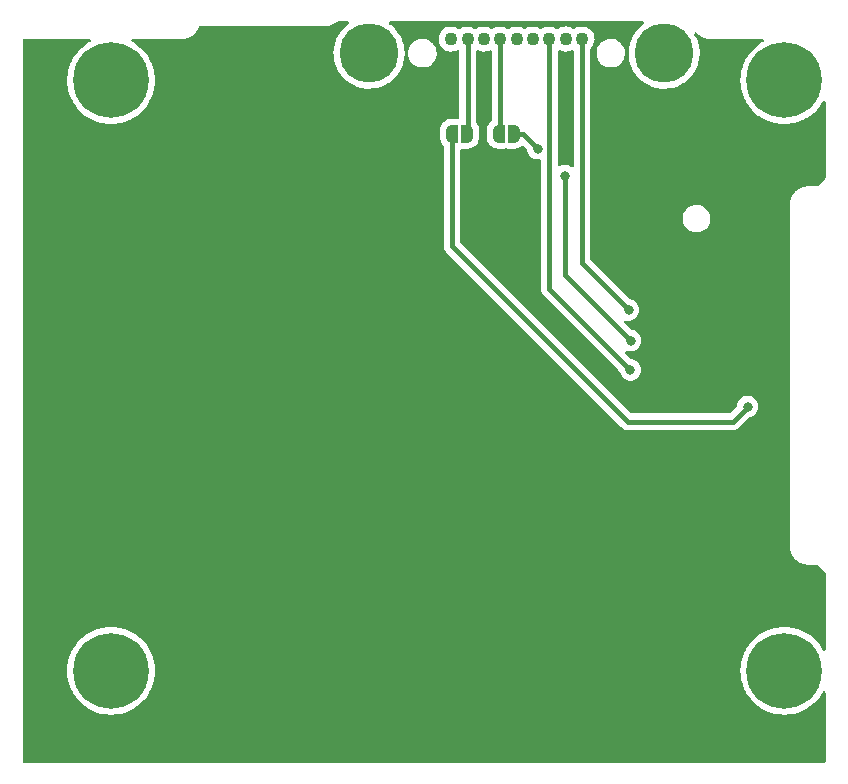
<source format=gbl>
G04 #@! TF.GenerationSoftware,KiCad,Pcbnew,(6.0.11)*
G04 #@! TF.CreationDate,2024-01-03T02:28:53+00:00*
G04 #@! TF.ProjectId,Tait_TM8XXX_TNC_Adapter,54616974-5f54-44d3-9858-58585f544e43,rev?*
G04 #@! TF.SameCoordinates,Original*
G04 #@! TF.FileFunction,Copper,L2,Bot*
G04 #@! TF.FilePolarity,Positive*
%FSLAX46Y46*%
G04 Gerber Fmt 4.6, Leading zero omitted, Abs format (unit mm)*
G04 Created by KiCad (PCBNEW (6.0.11)) date 2024-01-03 02:28:53*
%MOMM*%
%LPD*%
G01*
G04 APERTURE LIST*
G04 Aperture macros list*
%AMFreePoly0*
4,1,22,0.500000,-0.750000,0.000000,-0.750000,0.000000,-0.745033,-0.079941,-0.743568,-0.215256,-0.701293,-0.333266,-0.622738,-0.424486,-0.514219,-0.481581,-0.384460,-0.499164,-0.250000,-0.500000,-0.250000,-0.500000,0.250000,-0.499164,0.250000,-0.499963,0.256109,-0.478152,0.396186,-0.417904,0.524511,-0.324060,0.630769,-0.204165,0.706417,-0.067858,0.745374,0.000000,0.744959,0.000000,0.750000,
0.500000,0.750000,0.500000,-0.750000,0.500000,-0.750000,$1*%
%AMFreePoly1*
4,1,20,0.000000,0.744959,0.073905,0.744508,0.209726,0.703889,0.328688,0.626782,0.421226,0.519385,0.479903,0.390333,0.500000,0.250000,0.500000,-0.250000,0.499851,-0.262216,0.476331,-0.402017,0.414519,-0.529596,0.319384,-0.634700,0.198574,-0.708877,0.061801,-0.746166,0.000000,-0.745033,0.000000,-0.750000,-0.500000,-0.750000,-0.500000,0.750000,0.000000,0.750000,0.000000,0.744959,
0.000000,0.744959,$1*%
G04 Aperture macros list end*
G04 #@! TA.AperFunction,ComponentPad*
%ADD10C,5.000000*%
G04 #@! TD*
G04 #@! TA.AperFunction,ComponentPad*
%ADD11C,1.100000*%
G04 #@! TD*
G04 #@! TA.AperFunction,ComponentPad*
%ADD12C,6.400000*%
G04 #@! TD*
G04 #@! TA.AperFunction,SMDPad,CuDef*
%ADD13FreePoly0,0.000000*%
G04 #@! TD*
G04 #@! TA.AperFunction,SMDPad,CuDef*
%ADD14FreePoly1,0.000000*%
G04 #@! TD*
G04 #@! TA.AperFunction,ViaPad*
%ADD15C,0.800000*%
G04 #@! TD*
G04 #@! TA.AperFunction,Conductor*
%ADD16C,0.400000*%
G04 #@! TD*
G04 APERTURE END LIST*
D10*
X175716525Y-51356930D03*
X200706525Y-51356930D03*
D11*
X193751525Y-50156930D03*
X190981525Y-50156930D03*
X188211525Y-50156930D03*
X185441525Y-50156930D03*
X182671525Y-50156930D03*
X192366525Y-50156930D03*
X189596525Y-50156930D03*
X186826525Y-50156930D03*
X184056525Y-50156930D03*
D12*
X210876503Y-53647987D03*
X153876015Y-103647461D03*
X210876503Y-103647461D03*
X153876015Y-53647987D03*
D13*
X182738000Y-58166000D03*
D14*
X184038000Y-58166000D03*
D13*
X186690000Y-58166000D03*
D14*
X187990000Y-58166000D03*
D15*
X207772000Y-81280000D03*
X153860000Y-62460000D03*
X192532000Y-52578000D03*
X147730000Y-91230000D03*
X157730000Y-51230000D03*
X153890000Y-94890000D03*
X212730000Y-61230000D03*
X167730000Y-51230000D03*
X207730000Y-106230000D03*
X147730000Y-71230000D03*
X147730000Y-101230000D03*
X167730000Y-106230000D03*
X157730000Y-106230000D03*
X197358000Y-85598000D03*
X187730000Y-106230000D03*
X197730000Y-106230000D03*
X212730000Y-96230000D03*
X147700000Y-51450000D03*
X147730000Y-61230000D03*
X207730000Y-96230000D03*
X147730000Y-81230000D03*
X177730000Y-106230000D03*
X197690000Y-73090000D03*
X197850000Y-78180000D03*
X189992000Y-59436000D03*
X192278000Y-61722000D03*
X197866000Y-75692000D03*
D16*
X197612000Y-82550000D02*
X182738000Y-67676000D01*
X207772000Y-81280000D02*
X206502000Y-82550000D01*
X206502000Y-82550000D02*
X197612000Y-82550000D01*
X182738000Y-67676000D02*
X182738000Y-58166000D01*
X184038000Y-58166000D02*
X184056525Y-58147475D01*
X184056525Y-58147475D02*
X184056525Y-50156930D01*
X197690000Y-73090000D02*
X193751525Y-69151525D01*
X193751525Y-69151525D02*
X193751525Y-50156930D01*
X190981525Y-71311525D02*
X190981525Y-50156930D01*
X197850000Y-78180000D02*
X190981525Y-71311525D01*
X186690000Y-58166000D02*
X186826525Y-58029475D01*
X186826525Y-58029475D02*
X186826525Y-50156930D01*
X197866000Y-75692000D02*
X192278000Y-70104000D01*
X188722000Y-58166000D02*
X187990000Y-58166000D01*
X192278000Y-70104000D02*
X192278000Y-61722000D01*
X189992000Y-59436000D02*
X188722000Y-58166000D01*
G04 #@! TA.AperFunction,Conductor*
G36*
X173923393Y-48655467D02*
G01*
X173991513Y-48675471D01*
X174038004Y-48729128D01*
X174048106Y-48799403D01*
X174018611Y-48863982D01*
X173990345Y-48888204D01*
X173970804Y-48900462D01*
X173967968Y-48902734D01*
X173967961Y-48902739D01*
X173746250Y-49080363D01*
X173700034Y-49117389D01*
X173649491Y-49168464D01*
X173486433Y-49333239D01*
X173455991Y-49364001D01*
X173453750Y-49366859D01*
X173250175Y-49626489D01*
X173241911Y-49637028D01*
X173240018Y-49640117D01*
X173240016Y-49640120D01*
X173194986Y-49713603D01*
X173060630Y-49932851D01*
X173059105Y-49936136D01*
X173059103Y-49936140D01*
X172958921Y-50151965D01*
X172914552Y-50247550D01*
X172884111Y-50339596D01*
X172810863Y-50561077D01*
X172805612Y-50576953D01*
X172804876Y-50580508D01*
X172804875Y-50580511D01*
X172738114Y-50902889D01*
X172735255Y-50916694D01*
X172719641Y-51091642D01*
X172710330Y-51195978D01*
X172704413Y-51262271D01*
X172704508Y-51265901D01*
X172704508Y-51265902D01*
X172712688Y-51578293D01*
X172713495Y-51609101D01*
X172762381Y-51952590D01*
X172850422Y-52288183D01*
X172976452Y-52611433D01*
X172978149Y-52614638D01*
X173111638Y-52866755D01*
X173138800Y-52918056D01*
X173140850Y-52921039D01*
X173140852Y-52921042D01*
X173333258Y-53200994D01*
X173333264Y-53201001D01*
X173335315Y-53203986D01*
X173563391Y-53465435D01*
X173566076Y-53467878D01*
X173775793Y-53658705D01*
X173820006Y-53698936D01*
X174101758Y-53901396D01*
X174404913Y-54070130D01*
X174725453Y-54202902D01*
X174728947Y-54203897D01*
X174728949Y-54203898D01*
X175055628Y-54296955D01*
X175055633Y-54296956D01*
X175059129Y-54297952D01*
X175255829Y-54330163D01*
X175397937Y-54353434D01*
X175397944Y-54353435D01*
X175401518Y-54354020D01*
X175574801Y-54362192D01*
X175744456Y-54370193D01*
X175744457Y-54370193D01*
X175748083Y-54370364D01*
X175756940Y-54369760D01*
X176090598Y-54347014D01*
X176090606Y-54347013D01*
X176094229Y-54346766D01*
X176097804Y-54346103D01*
X176097807Y-54346103D01*
X176431804Y-54284200D01*
X176431808Y-54284199D01*
X176435369Y-54283539D01*
X176766981Y-54181522D01*
X177084670Y-54042066D01*
X177329036Y-53899271D01*
X177381085Y-53868856D01*
X177381087Y-53868855D01*
X177384225Y-53867021D01*
X177387134Y-53864837D01*
X177658769Y-53660888D01*
X177658773Y-53660885D01*
X177661676Y-53658705D01*
X177913344Y-53419880D01*
X178135895Y-53153713D01*
X178326378Y-52863729D01*
X178476407Y-52565430D01*
X178480642Y-52557010D01*
X178480645Y-52557002D01*
X178482269Y-52553774D01*
X178565474Y-52326408D01*
X178600254Y-52231367D01*
X178600255Y-52231363D01*
X178601502Y-52227956D01*
X178602347Y-52224434D01*
X178602350Y-52224426D01*
X178681649Y-51894121D01*
X178681650Y-51894117D01*
X178682496Y-51890592D01*
X178694169Y-51794134D01*
X178723841Y-51548934D01*
X178723841Y-51548927D01*
X178724177Y-51546155D01*
X178724730Y-51528580D01*
X178728926Y-51395043D01*
X179018739Y-51395043D01*
X179044655Y-51609207D01*
X179046302Y-51614561D01*
X179046303Y-51614565D01*
X179066797Y-51681181D01*
X179108088Y-51815396D01*
X179110659Y-51820377D01*
X179162758Y-51921317D01*
X179207030Y-52007094D01*
X179210445Y-52011544D01*
X179334940Y-52173790D01*
X179334944Y-52173794D01*
X179338356Y-52178241D01*
X179342505Y-52182016D01*
X179493767Y-52319654D01*
X179493770Y-52319656D01*
X179497914Y-52323427D01*
X179502666Y-52326408D01*
X179675904Y-52435081D01*
X179675908Y-52435083D01*
X179680660Y-52438064D01*
X179880818Y-52518527D01*
X180092062Y-52562274D01*
X180096673Y-52562540D01*
X180096674Y-52562540D01*
X180144977Y-52565325D01*
X180144981Y-52565325D01*
X180146800Y-52565430D01*
X180286260Y-52565430D01*
X180289047Y-52565181D01*
X180289053Y-52565181D01*
X180355765Y-52559227D01*
X180446397Y-52551138D01*
X180573265Y-52516431D01*
X180649061Y-52495696D01*
X180649065Y-52495695D01*
X180654477Y-52494214D01*
X180849188Y-52401341D01*
X181024376Y-52275456D01*
X181174502Y-52120538D01*
X181274691Y-51971440D01*
X181291690Y-51946144D01*
X181291690Y-51946143D01*
X181294822Y-51941483D01*
X181315613Y-51894121D01*
X181379276Y-51749091D01*
X181381533Y-51743950D01*
X181431893Y-51534185D01*
X181441952Y-51359727D01*
X181443988Y-51324424D01*
X181443988Y-51324421D01*
X181444311Y-51318817D01*
X181422377Y-51137561D01*
X181419069Y-51110222D01*
X181419069Y-51110221D01*
X181418395Y-51104653D01*
X181415816Y-51096268D01*
X181356610Y-50903821D01*
X181354962Y-50898464D01*
X181282273Y-50757630D01*
X181258591Y-50711747D01*
X181258590Y-50711746D01*
X181256020Y-50706766D01*
X181203941Y-50638895D01*
X181128110Y-50540070D01*
X181128106Y-50540066D01*
X181124694Y-50535619D01*
X181033801Y-50452913D01*
X180969283Y-50394206D01*
X180969280Y-50394204D01*
X180965136Y-50390433D01*
X180958793Y-50386454D01*
X180787146Y-50278779D01*
X180787142Y-50278777D01*
X180782390Y-50275796D01*
X180582232Y-50195333D01*
X180370988Y-50151586D01*
X180366377Y-50151320D01*
X180366376Y-50151320D01*
X180318073Y-50148535D01*
X180318069Y-50148535D01*
X180316250Y-50148430D01*
X180176790Y-50148430D01*
X180174003Y-50148679D01*
X180173997Y-50148679D01*
X180111164Y-50154287D01*
X180016653Y-50162722D01*
X179901610Y-50194194D01*
X179813989Y-50218164D01*
X179813985Y-50218165D01*
X179808573Y-50219646D01*
X179613862Y-50312519D01*
X179477988Y-50410154D01*
X179447691Y-50431925D01*
X179438674Y-50438404D01*
X179434767Y-50442436D01*
X179300963Y-50580511D01*
X179288548Y-50593322D01*
X179208970Y-50711747D01*
X179173402Y-50764678D01*
X179168228Y-50772377D01*
X179081517Y-50969910D01*
X179049168Y-51104653D01*
X179034519Y-51165673D01*
X179031157Y-51179675D01*
X179028201Y-51230939D01*
X179020937Y-51356930D01*
X179018739Y-51395043D01*
X178728926Y-51395043D01*
X178730036Y-51359727D01*
X178730124Y-51356930D01*
X178728250Y-51324424D01*
X178710361Y-51014176D01*
X178710360Y-51014171D01*
X178710152Y-51010556D01*
X178690121Y-50895784D01*
X178651125Y-50672345D01*
X178651123Y-50672338D01*
X178650501Y-50668772D01*
X178643669Y-50645705D01*
X178597019Y-50488219D01*
X178551962Y-50336110D01*
X178548021Y-50326871D01*
X178469201Y-50142080D01*
X181608007Y-50142080D01*
X181609213Y-50156437D01*
X181624493Y-50338402D01*
X181625377Y-50348934D01*
X181682594Y-50548475D01*
X181685412Y-50553957D01*
X181685413Y-50553961D01*
X181758917Y-50696983D01*
X181777480Y-50733103D01*
X181906419Y-50895784D01*
X181911106Y-50899773D01*
X181911109Y-50899776D01*
X182058284Y-51025031D01*
X182064501Y-51030322D01*
X182245705Y-51131594D01*
X182443128Y-51195740D01*
X182649250Y-51220319D01*
X182655385Y-51219847D01*
X182655387Y-51219847D01*
X182850080Y-51204866D01*
X182850085Y-51204865D01*
X182856221Y-51204393D01*
X182862151Y-51202737D01*
X182862153Y-51202737D01*
X182994732Y-51165720D01*
X183056157Y-51148570D01*
X183066264Y-51143465D01*
X183165215Y-51093481D01*
X183235037Y-51080621D01*
X183300728Y-51107550D01*
X183341431Y-51165720D01*
X183348025Y-51205947D01*
X183348025Y-56776271D01*
X183328023Y-56844392D01*
X183274367Y-56890885D01*
X183222025Y-56902271D01*
X182747992Y-56902271D01*
X182747222Y-56902269D01*
X182677069Y-56901840D01*
X182677063Y-56901840D01*
X182672583Y-56901813D01*
X182588493Y-56913331D01*
X182532724Y-56920970D01*
X182532720Y-56920971D01*
X182528273Y-56921580D01*
X182390564Y-56960937D01*
X182257602Y-57020414D01*
X182253820Y-57022800D01*
X182253813Y-57022804D01*
X182175834Y-57072006D01*
X182136474Y-57096840D01*
X182025548Y-57191246D01*
X181930740Y-57298597D01*
X181928285Y-57302334D01*
X181928283Y-57302337D01*
X181903071Y-57340719D01*
X181850774Y-57420334D01*
X181848869Y-57424391D01*
X181848867Y-57424395D01*
X181809812Y-57507579D01*
X181789905Y-57549979D01*
X181788596Y-57554262D01*
X181788594Y-57554266D01*
X181750602Y-57678533D01*
X181747317Y-57689277D01*
X181725283Y-57830795D01*
X181725228Y-57835262D01*
X181725228Y-57835267D01*
X181725102Y-57845592D01*
X181723503Y-57976438D01*
X181724063Y-57980723D01*
X181724271Y-57987760D01*
X181724271Y-58377047D01*
X181724273Y-58377047D01*
X181724682Y-58380014D01*
X181723504Y-58476438D01*
X181724085Y-58480880D01*
X181724085Y-58480883D01*
X181730181Y-58527500D01*
X181742074Y-58618452D01*
X181781245Y-58758748D01*
X181838928Y-58889841D01*
X181915897Y-59013496D01*
X181918779Y-59016924D01*
X181918780Y-59016926D01*
X181999951Y-59113491D01*
X182028472Y-59178507D01*
X182029500Y-59194566D01*
X182029500Y-67647088D01*
X182029208Y-67655658D01*
X182025275Y-67713352D01*
X182026580Y-67720829D01*
X182026580Y-67720830D01*
X182036261Y-67776299D01*
X182037223Y-67782821D01*
X182044898Y-67846242D01*
X182047581Y-67853343D01*
X182048222Y-67855952D01*
X182052685Y-67872262D01*
X182053450Y-67874798D01*
X182054757Y-67882284D01*
X182057811Y-67889241D01*
X182080442Y-67940795D01*
X182082933Y-67946899D01*
X182105513Y-68006656D01*
X182109817Y-68012919D01*
X182111054Y-68015285D01*
X182119299Y-68030097D01*
X182120632Y-68032351D01*
X182123685Y-68039305D01*
X182128307Y-68045328D01*
X182162579Y-68089991D01*
X182166459Y-68095332D01*
X182198339Y-68141720D01*
X182198344Y-68141725D01*
X182202643Y-68147981D01*
X182208313Y-68153032D01*
X182208314Y-68153034D01*
X182249170Y-68189435D01*
X182254446Y-68194416D01*
X197090550Y-83030520D01*
X197096404Y-83036785D01*
X197134439Y-83080385D01*
X197140657Y-83084755D01*
X197186697Y-83117112D01*
X197191993Y-83121045D01*
X197242282Y-83160477D01*
X197249204Y-83163602D01*
X197251452Y-83164964D01*
X197266185Y-83173368D01*
X197268524Y-83174622D01*
X197274739Y-83178990D01*
X197281815Y-83181749D01*
X197281819Y-83181751D01*
X197334274Y-83202202D01*
X197340352Y-83204757D01*
X197398574Y-83231045D01*
X197406045Y-83232429D01*
X197408599Y-83233230D01*
X197424878Y-83237867D01*
X197427433Y-83238523D01*
X197434509Y-83241282D01*
X197455262Y-83244014D01*
X197497851Y-83249621D01*
X197504367Y-83250653D01*
X197557865Y-83260568D01*
X197567187Y-83262296D01*
X197574767Y-83261859D01*
X197574768Y-83261859D01*
X197629398Y-83258709D01*
X197636651Y-83258500D01*
X206473088Y-83258500D01*
X206481658Y-83258792D01*
X206531776Y-83262209D01*
X206531780Y-83262209D01*
X206539352Y-83262725D01*
X206546829Y-83261420D01*
X206546830Y-83261420D01*
X206573308Y-83256799D01*
X206602303Y-83251738D01*
X206608821Y-83250777D01*
X206672242Y-83243102D01*
X206679343Y-83240419D01*
X206681952Y-83239778D01*
X206698262Y-83235315D01*
X206700798Y-83234550D01*
X206708284Y-83233243D01*
X206766800Y-83207556D01*
X206772904Y-83205065D01*
X206773717Y-83204758D01*
X206832656Y-83182487D01*
X206838919Y-83178183D01*
X206841285Y-83176946D01*
X206856097Y-83168701D01*
X206858351Y-83167368D01*
X206865305Y-83164315D01*
X206916002Y-83125413D01*
X206921332Y-83121541D01*
X206967720Y-83089661D01*
X206967725Y-83089656D01*
X206973981Y-83085357D01*
X207015427Y-83038839D01*
X207020408Y-83033562D01*
X207838536Y-82215435D01*
X207901433Y-82181284D01*
X208054288Y-82148794D01*
X208060319Y-82146109D01*
X208222722Y-82073803D01*
X208222724Y-82073802D01*
X208228752Y-82071118D01*
X208383253Y-81958866D01*
X208511040Y-81816944D01*
X208606527Y-81651556D01*
X208665542Y-81469928D01*
X208685504Y-81280000D01*
X208665542Y-81090072D01*
X208606527Y-80908444D01*
X208511040Y-80743056D01*
X208383253Y-80601134D01*
X208228752Y-80488882D01*
X208222724Y-80486198D01*
X208222722Y-80486197D01*
X208060319Y-80413891D01*
X208060318Y-80413891D01*
X208054288Y-80411206D01*
X207960888Y-80391353D01*
X207873944Y-80372872D01*
X207873939Y-80372872D01*
X207867487Y-80371500D01*
X207676513Y-80371500D01*
X207670061Y-80372872D01*
X207670056Y-80372872D01*
X207583112Y-80391353D01*
X207489712Y-80411206D01*
X207483682Y-80413891D01*
X207483681Y-80413891D01*
X207321278Y-80486197D01*
X207321276Y-80486198D01*
X207315248Y-80488882D01*
X207160747Y-80601134D01*
X207032960Y-80743056D01*
X206937473Y-80908444D01*
X206878458Y-81090072D01*
X206877768Y-81096635D01*
X206877768Y-81096637D01*
X206873550Y-81136770D01*
X206846537Y-81202427D01*
X206837335Y-81212695D01*
X206245435Y-81804595D01*
X206183123Y-81838621D01*
X206156340Y-81841500D01*
X197957661Y-81841500D01*
X197889540Y-81821498D01*
X197868566Y-81804595D01*
X183483405Y-67419435D01*
X183449379Y-67357123D01*
X183446500Y-67330340D01*
X183446500Y-59555729D01*
X183466502Y-59487608D01*
X183520158Y-59441115D01*
X183572500Y-59429729D01*
X184025322Y-59429729D01*
X184027630Y-59429750D01*
X184091020Y-59430912D01*
X184118382Y-59427504D01*
X184231128Y-59413460D01*
X184231132Y-59413459D01*
X184235565Y-59412907D01*
X184373745Y-59375234D01*
X184377862Y-59373452D01*
X184377866Y-59373451D01*
X184503296Y-59319173D01*
X184503301Y-59319171D01*
X184507420Y-59317388D01*
X184629472Y-59242448D01*
X184653252Y-59222706D01*
X184738093Y-59152270D01*
X184738095Y-59152268D01*
X184741540Y-59149408D01*
X184837654Y-59043224D01*
X184919107Y-58922464D01*
X184981554Y-58793572D01*
X185025838Y-58654812D01*
X185049600Y-58513574D01*
X185056682Y-58434627D01*
X185056833Y-58422285D01*
X185051995Y-58347964D01*
X185051729Y-58339779D01*
X185051729Y-57995481D01*
X185052233Y-57984223D01*
X185056464Y-57937053D01*
X185056682Y-57934627D01*
X185056833Y-57922285D01*
X185051683Y-57843171D01*
X185031379Y-57701394D01*
X185026726Y-57685480D01*
X184991755Y-57565892D01*
X184990497Y-57561590D01*
X184931217Y-57431211D01*
X184928804Y-57427438D01*
X184928801Y-57427432D01*
X184855157Y-57312279D01*
X184855156Y-57312278D01*
X184852742Y-57308503D01*
X184795572Y-57242153D01*
X184766258Y-57177491D01*
X184765025Y-57159906D01*
X184765025Y-51206256D01*
X184785027Y-51138135D01*
X184838683Y-51091642D01*
X184908957Y-51081538D01*
X184952495Y-51096268D01*
X185010322Y-51128586D01*
X185010326Y-51128588D01*
X185015705Y-51131594D01*
X185213128Y-51195740D01*
X185419250Y-51220319D01*
X185425385Y-51219847D01*
X185425387Y-51219847D01*
X185620080Y-51204866D01*
X185620085Y-51204865D01*
X185626221Y-51204393D01*
X185632151Y-51202737D01*
X185632153Y-51202737D01*
X185764732Y-51165720D01*
X185826157Y-51148570D01*
X185836264Y-51143465D01*
X185935215Y-51093481D01*
X186005037Y-51080621D01*
X186070728Y-51107550D01*
X186111431Y-51165720D01*
X186118025Y-51205947D01*
X186118025Y-57013470D01*
X186098023Y-57081591D01*
X186073688Y-57109424D01*
X185977548Y-57191246D01*
X185882740Y-57298597D01*
X185880285Y-57302334D01*
X185880283Y-57302337D01*
X185855071Y-57340719D01*
X185802774Y-57420334D01*
X185800869Y-57424391D01*
X185800867Y-57424395D01*
X185761812Y-57507579D01*
X185741905Y-57549979D01*
X185740596Y-57554262D01*
X185740594Y-57554266D01*
X185702602Y-57678533D01*
X185699317Y-57689277D01*
X185677283Y-57830795D01*
X185677228Y-57835262D01*
X185677228Y-57835267D01*
X185677102Y-57845592D01*
X185675503Y-57976438D01*
X185676063Y-57980723D01*
X185676271Y-57987760D01*
X185676271Y-58377047D01*
X185676273Y-58377047D01*
X185676682Y-58380014D01*
X185675504Y-58476438D01*
X185676085Y-58480880D01*
X185676085Y-58480883D01*
X185682181Y-58527500D01*
X185694074Y-58618452D01*
X185733245Y-58758748D01*
X185790928Y-58889841D01*
X185867897Y-59013496D01*
X185960054Y-59123131D01*
X186068639Y-59220218D01*
X186072372Y-59222703D01*
X186072376Y-59222706D01*
X186184135Y-59297099D01*
X186187864Y-59299581D01*
X186319333Y-59362289D01*
X186323612Y-59363626D01*
X186323615Y-59363627D01*
X186355060Y-59373451D01*
X186456039Y-59404999D01*
X186460463Y-59405716D01*
X186460465Y-59405716D01*
X186497597Y-59411730D01*
X186599821Y-59428287D01*
X186666782Y-59429514D01*
X186738539Y-59430830D01*
X186738541Y-59430830D01*
X186743020Y-59430912D01*
X186747465Y-59430359D01*
X186751944Y-59430122D01*
X186751951Y-59430249D01*
X186760339Y-59429729D01*
X187190000Y-59429729D01*
X187221986Y-59427441D01*
X187256373Y-59424982D01*
X187256374Y-59424982D01*
X187263111Y-59424500D01*
X187299440Y-59413833D01*
X187352868Y-59410012D01*
X187490000Y-59429729D01*
X187977322Y-59429729D01*
X187979630Y-59429750D01*
X188043020Y-59430912D01*
X188070382Y-59427504D01*
X188183128Y-59413460D01*
X188183132Y-59413459D01*
X188187565Y-59412907D01*
X188325745Y-59375234D01*
X188329862Y-59373452D01*
X188329866Y-59373451D01*
X188455296Y-59319173D01*
X188455301Y-59319171D01*
X188459420Y-59317388D01*
X188581472Y-59242448D01*
X188610581Y-59218282D01*
X188675768Y-59190158D01*
X188745814Y-59201742D01*
X188780160Y-59226131D01*
X189057335Y-59503306D01*
X189091361Y-59565618D01*
X189093550Y-59579230D01*
X189098458Y-59625928D01*
X189157473Y-59807556D01*
X189252960Y-59972944D01*
X189380747Y-60114866D01*
X189535248Y-60227118D01*
X189541276Y-60229802D01*
X189541278Y-60229803D01*
X189703681Y-60302109D01*
X189709712Y-60304794D01*
X189803113Y-60324647D01*
X189890056Y-60343128D01*
X189890061Y-60343128D01*
X189896513Y-60344500D01*
X190087487Y-60344500D01*
X190093940Y-60343128D01*
X190093953Y-60343127D01*
X190120828Y-60337414D01*
X190191618Y-60342815D01*
X190248251Y-60385632D01*
X190272745Y-60452269D01*
X190273025Y-60460660D01*
X190273025Y-71282613D01*
X190272733Y-71291183D01*
X190268800Y-71348877D01*
X190270105Y-71356354D01*
X190270105Y-71356355D01*
X190279786Y-71411824D01*
X190280748Y-71418346D01*
X190288423Y-71481767D01*
X190291106Y-71488868D01*
X190291747Y-71491477D01*
X190296210Y-71507787D01*
X190296975Y-71510323D01*
X190298282Y-71517809D01*
X190301336Y-71524766D01*
X190323967Y-71576320D01*
X190326458Y-71582424D01*
X190349038Y-71642181D01*
X190353342Y-71648444D01*
X190354579Y-71650810D01*
X190362824Y-71665622D01*
X190364157Y-71667876D01*
X190367210Y-71674830D01*
X190371832Y-71680853D01*
X190406104Y-71725516D01*
X190409984Y-71730857D01*
X190441864Y-71777245D01*
X190441869Y-71777250D01*
X190446168Y-71783506D01*
X190451838Y-71788557D01*
X190451839Y-71788559D01*
X190492695Y-71824960D01*
X190497971Y-71829941D01*
X196915335Y-78247306D01*
X196949361Y-78309618D01*
X196951550Y-78323230D01*
X196956458Y-78369928D01*
X197015473Y-78551556D01*
X197110960Y-78716944D01*
X197238747Y-78858866D01*
X197393248Y-78971118D01*
X197399276Y-78973802D01*
X197399278Y-78973803D01*
X197561681Y-79046109D01*
X197567712Y-79048794D01*
X197661112Y-79068647D01*
X197748056Y-79087128D01*
X197748061Y-79087128D01*
X197754513Y-79088500D01*
X197945487Y-79088500D01*
X197951939Y-79087128D01*
X197951944Y-79087128D01*
X198038888Y-79068647D01*
X198132288Y-79048794D01*
X198138319Y-79046109D01*
X198300722Y-78973803D01*
X198300724Y-78973802D01*
X198306752Y-78971118D01*
X198461253Y-78858866D01*
X198589040Y-78716944D01*
X198684527Y-78551556D01*
X198743542Y-78369928D01*
X198763504Y-78180000D01*
X198743542Y-77990072D01*
X198684527Y-77808444D01*
X198589040Y-77643056D01*
X198461253Y-77501134D01*
X198306752Y-77388882D01*
X198300724Y-77386198D01*
X198300722Y-77386197D01*
X198138319Y-77313891D01*
X198138318Y-77313891D01*
X198132288Y-77311206D01*
X197979431Y-77278715D01*
X197916533Y-77244563D01*
X197431828Y-76759858D01*
X197397802Y-76697546D01*
X197402867Y-76626731D01*
X197445414Y-76569895D01*
X197511934Y-76545084D01*
X197572172Y-76555656D01*
X197583712Y-76560794D01*
X197677113Y-76580647D01*
X197764056Y-76599128D01*
X197764061Y-76599128D01*
X197770513Y-76600500D01*
X197961487Y-76600500D01*
X197967939Y-76599128D01*
X197967944Y-76599128D01*
X198054887Y-76580647D01*
X198148288Y-76560794D01*
X198154319Y-76558109D01*
X198316722Y-76485803D01*
X198316724Y-76485802D01*
X198322752Y-76483118D01*
X198477253Y-76370866D01*
X198605040Y-76228944D01*
X198700527Y-76063556D01*
X198759542Y-75881928D01*
X198779504Y-75692000D01*
X198759542Y-75502072D01*
X198700527Y-75320444D01*
X198605040Y-75155056D01*
X198477253Y-75013134D01*
X198322752Y-74900882D01*
X198316724Y-74898198D01*
X198316722Y-74898197D01*
X198154319Y-74825891D01*
X198154318Y-74825891D01*
X198148288Y-74823206D01*
X197995431Y-74790715D01*
X197932533Y-74756563D01*
X197361868Y-74185898D01*
X197327842Y-74123586D01*
X197332907Y-74052771D01*
X197375454Y-73995935D01*
X197441974Y-73971124D01*
X197477160Y-73973556D01*
X197588056Y-73997128D01*
X197588061Y-73997128D01*
X197594513Y-73998500D01*
X197785487Y-73998500D01*
X197791939Y-73997128D01*
X197791944Y-73997128D01*
X197878888Y-73978647D01*
X197972288Y-73958794D01*
X197978319Y-73956109D01*
X198140722Y-73883803D01*
X198140724Y-73883802D01*
X198146752Y-73881118D01*
X198301253Y-73768866D01*
X198429040Y-73626944D01*
X198524527Y-73461556D01*
X198583542Y-73279928D01*
X198603504Y-73090000D01*
X198583542Y-72900072D01*
X198524527Y-72718444D01*
X198429040Y-72553056D01*
X198301253Y-72411134D01*
X198146752Y-72298882D01*
X198140724Y-72296198D01*
X198140722Y-72296197D01*
X197978319Y-72223891D01*
X197978318Y-72223891D01*
X197972288Y-72221206D01*
X197819431Y-72188715D01*
X197756533Y-72154563D01*
X194496930Y-68894960D01*
X194462904Y-68832648D01*
X194460025Y-68805865D01*
X194460025Y-65455812D01*
X202297805Y-65455812D01*
X202298784Y-65461509D01*
X202298784Y-65461510D01*
X202303991Y-65491810D01*
X202333862Y-65665654D01*
X202407556Y-65865412D01*
X202516420Y-66048394D01*
X202656806Y-66208474D01*
X202824014Y-66340290D01*
X202829125Y-66342979D01*
X202829128Y-66342981D01*
X202932642Y-66397443D01*
X203012443Y-66439428D01*
X203017964Y-66441142D01*
X203017968Y-66441144D01*
X203188304Y-66494034D01*
X203215783Y-66502567D01*
X203388663Y-66523028D01*
X203511694Y-66523028D01*
X203597326Y-66515160D01*
X203663951Y-66509038D01*
X203663954Y-66509037D01*
X203669705Y-66508509D01*
X203690774Y-66502567D01*
X203869070Y-66452282D01*
X203869072Y-66452281D01*
X203874629Y-66450714D01*
X203879804Y-66448162D01*
X203879809Y-66448160D01*
X204060408Y-66359098D01*
X204065589Y-66356543D01*
X204236190Y-66229150D01*
X204380718Y-66072799D01*
X204494334Y-65892729D01*
X204573232Y-65694969D01*
X204577986Y-65671072D01*
X204613643Y-65491810D01*
X204613643Y-65491808D01*
X204614770Y-65486143D01*
X204615093Y-65461510D01*
X204617481Y-65279026D01*
X204617557Y-65273244D01*
X204612345Y-65242913D01*
X204582478Y-65069092D01*
X204582477Y-65069089D01*
X204581500Y-65063402D01*
X204507806Y-64863644D01*
X204398942Y-64680662D01*
X204258556Y-64520582D01*
X204091348Y-64388766D01*
X204086237Y-64386077D01*
X204086234Y-64386075D01*
X203982720Y-64331613D01*
X203902919Y-64289628D01*
X203897398Y-64287914D01*
X203897394Y-64287912D01*
X203705102Y-64228204D01*
X203705103Y-64228204D01*
X203699579Y-64226489D01*
X203526699Y-64206028D01*
X203403668Y-64206028D01*
X203318036Y-64213896D01*
X203251411Y-64220018D01*
X203251408Y-64220019D01*
X203245657Y-64220547D01*
X203240098Y-64222115D01*
X203240097Y-64222115D01*
X203046292Y-64276774D01*
X203046290Y-64276775D01*
X203040733Y-64278342D01*
X203035558Y-64280894D01*
X203035553Y-64280896D01*
X203012386Y-64292321D01*
X202849773Y-64372513D01*
X202679172Y-64499906D01*
X202534644Y-64656257D01*
X202421028Y-64836327D01*
X202342130Y-65034087D01*
X202341004Y-65039747D01*
X202341003Y-65039751D01*
X202336299Y-65063402D01*
X202300592Y-65242913D01*
X202300516Y-65248688D01*
X202300516Y-65248692D01*
X202300195Y-65273244D01*
X202297805Y-65455812D01*
X194460025Y-65455812D01*
X194460025Y-51395043D01*
X194978739Y-51395043D01*
X195004655Y-51609207D01*
X195006302Y-51614561D01*
X195006303Y-51614565D01*
X195026797Y-51681181D01*
X195068088Y-51815396D01*
X195070659Y-51820377D01*
X195122758Y-51921317D01*
X195167030Y-52007094D01*
X195170445Y-52011544D01*
X195294940Y-52173790D01*
X195294944Y-52173794D01*
X195298356Y-52178241D01*
X195302505Y-52182016D01*
X195453767Y-52319654D01*
X195453770Y-52319656D01*
X195457914Y-52323427D01*
X195462666Y-52326408D01*
X195635904Y-52435081D01*
X195635908Y-52435083D01*
X195640660Y-52438064D01*
X195840818Y-52518527D01*
X196052062Y-52562274D01*
X196056673Y-52562540D01*
X196056674Y-52562540D01*
X196104977Y-52565325D01*
X196104981Y-52565325D01*
X196106800Y-52565430D01*
X196246260Y-52565430D01*
X196249047Y-52565181D01*
X196249053Y-52565181D01*
X196315765Y-52559227D01*
X196406397Y-52551138D01*
X196533265Y-52516431D01*
X196609061Y-52495696D01*
X196609065Y-52495695D01*
X196614477Y-52494214D01*
X196809188Y-52401341D01*
X196984376Y-52275456D01*
X197134502Y-52120538D01*
X197234691Y-51971440D01*
X197251690Y-51946144D01*
X197251690Y-51946143D01*
X197254822Y-51941483D01*
X197275613Y-51894121D01*
X197339276Y-51749091D01*
X197341533Y-51743950D01*
X197391893Y-51534185D01*
X197401952Y-51359727D01*
X197403988Y-51324424D01*
X197403988Y-51324421D01*
X197404311Y-51318817D01*
X197382377Y-51137561D01*
X197379069Y-51110222D01*
X197379069Y-51110221D01*
X197378395Y-51104653D01*
X197375816Y-51096268D01*
X197316610Y-50903821D01*
X197314962Y-50898464D01*
X197242273Y-50757630D01*
X197218591Y-50711747D01*
X197218590Y-50711746D01*
X197216020Y-50706766D01*
X197163941Y-50638895D01*
X197088110Y-50540070D01*
X197088106Y-50540066D01*
X197084694Y-50535619D01*
X196993801Y-50452913D01*
X196929283Y-50394206D01*
X196929280Y-50394204D01*
X196925136Y-50390433D01*
X196918793Y-50386454D01*
X196747146Y-50278779D01*
X196747142Y-50278777D01*
X196742390Y-50275796D01*
X196542232Y-50195333D01*
X196330988Y-50151586D01*
X196326377Y-50151320D01*
X196326376Y-50151320D01*
X196278073Y-50148535D01*
X196278069Y-50148535D01*
X196276250Y-50148430D01*
X196136790Y-50148430D01*
X196134003Y-50148679D01*
X196133997Y-50148679D01*
X196071164Y-50154287D01*
X195976653Y-50162722D01*
X195861610Y-50194194D01*
X195773989Y-50218164D01*
X195773985Y-50218165D01*
X195768573Y-50219646D01*
X195573862Y-50312519D01*
X195437988Y-50410154D01*
X195407691Y-50431925D01*
X195398674Y-50438404D01*
X195394767Y-50442436D01*
X195260963Y-50580511D01*
X195248548Y-50593322D01*
X195168970Y-50711747D01*
X195133402Y-50764678D01*
X195128228Y-50772377D01*
X195041517Y-50969910D01*
X195009168Y-51104653D01*
X194994519Y-51165673D01*
X194991157Y-51179675D01*
X194988201Y-51230939D01*
X194980937Y-51356930D01*
X194978739Y-51395043D01*
X194460025Y-51395043D01*
X194460025Y-51002992D01*
X194480027Y-50934871D01*
X194490643Y-50920661D01*
X194616634Y-50774698D01*
X194616634Y-50774697D01*
X194620658Y-50770036D01*
X194630800Y-50752184D01*
X194680162Y-50665290D01*
X194723192Y-50589544D01*
X194788715Y-50392574D01*
X194814732Y-50186628D01*
X194815041Y-50164518D01*
X194815098Y-50160452D01*
X194815098Y-50160448D01*
X194815147Y-50156930D01*
X194803559Y-50038752D01*
X194795491Y-49956464D01*
X194795490Y-49956461D01*
X194794890Y-49950338D01*
X194748695Y-49797331D01*
X194736677Y-49757523D01*
X194736676Y-49757520D01*
X194734893Y-49751615D01*
X194730737Y-49743798D01*
X194640334Y-49573777D01*
X194640333Y-49573775D01*
X194637438Y-49568331D01*
X194569965Y-49485601D01*
X194510135Y-49412241D01*
X194510132Y-49412238D01*
X194506240Y-49407466D01*
X194499295Y-49401720D01*
X194353016Y-49280707D01*
X194346295Y-49275147D01*
X194340878Y-49272218D01*
X194340875Y-49272216D01*
X194169115Y-49179346D01*
X194169110Y-49179344D01*
X194163695Y-49176416D01*
X193965396Y-49115032D01*
X193959271Y-49114388D01*
X193959270Y-49114388D01*
X193765079Y-49093978D01*
X193765077Y-49093978D01*
X193758950Y-49093334D01*
X193692308Y-49099399D01*
X193558361Y-49111589D01*
X193558358Y-49111590D01*
X193552222Y-49112148D01*
X193546316Y-49113886D01*
X193546312Y-49113887D01*
X193428480Y-49148567D01*
X193353085Y-49170757D01*
X193169125Y-49266929D01*
X193152146Y-49280581D01*
X193138381Y-49291648D01*
X193072759Y-49318745D01*
X193002904Y-49306062D01*
X192979112Y-49290536D01*
X192965763Y-49279493D01*
X192955592Y-49272632D01*
X192783920Y-49179811D01*
X192772613Y-49175058D01*
X192586181Y-49117347D01*
X192574169Y-49114881D01*
X192380075Y-49094481D01*
X192367807Y-49094396D01*
X192173455Y-49112083D01*
X192161406Y-49114381D01*
X191974183Y-49169484D01*
X191962815Y-49174077D01*
X191789859Y-49264496D01*
X191779597Y-49271212D01*
X191754172Y-49291654D01*
X191688550Y-49318751D01*
X191618695Y-49306068D01*
X191594903Y-49290541D01*
X191581045Y-49279076D01*
X191581039Y-49279072D01*
X191576295Y-49275147D01*
X191570874Y-49272216D01*
X191570873Y-49272215D01*
X191399115Y-49179346D01*
X191399110Y-49179344D01*
X191393695Y-49176416D01*
X191195396Y-49115032D01*
X191189271Y-49114388D01*
X191189270Y-49114388D01*
X190995079Y-49093978D01*
X190995077Y-49093978D01*
X190988950Y-49093334D01*
X190922308Y-49099399D01*
X190788361Y-49111589D01*
X190788358Y-49111590D01*
X190782222Y-49112148D01*
X190776316Y-49113886D01*
X190776312Y-49113887D01*
X190658480Y-49148567D01*
X190583085Y-49170757D01*
X190399125Y-49266929D01*
X190382146Y-49280581D01*
X190368779Y-49291328D01*
X190303157Y-49318425D01*
X190233302Y-49305742D01*
X190209515Y-49290220D01*
X190191295Y-49275147D01*
X190185874Y-49272216D01*
X190185873Y-49272215D01*
X190014115Y-49179346D01*
X190014110Y-49179344D01*
X190008695Y-49176416D01*
X189810396Y-49115032D01*
X189804271Y-49114388D01*
X189804270Y-49114388D01*
X189610079Y-49093978D01*
X189610077Y-49093978D01*
X189603950Y-49093334D01*
X189537308Y-49099399D01*
X189403361Y-49111589D01*
X189403358Y-49111590D01*
X189397222Y-49112148D01*
X189391316Y-49113886D01*
X189391312Y-49113887D01*
X189273480Y-49148567D01*
X189198085Y-49170757D01*
X189014125Y-49266929D01*
X188997146Y-49280581D01*
X188983779Y-49291328D01*
X188918157Y-49318425D01*
X188848302Y-49305742D01*
X188824515Y-49290220D01*
X188806295Y-49275147D01*
X188800874Y-49272216D01*
X188800873Y-49272215D01*
X188629115Y-49179346D01*
X188629110Y-49179344D01*
X188623695Y-49176416D01*
X188425396Y-49115032D01*
X188419271Y-49114388D01*
X188419270Y-49114388D01*
X188225079Y-49093978D01*
X188225077Y-49093978D01*
X188218950Y-49093334D01*
X188152308Y-49099399D01*
X188018361Y-49111589D01*
X188018358Y-49111590D01*
X188012222Y-49112148D01*
X188006316Y-49113886D01*
X188006312Y-49113887D01*
X187888480Y-49148567D01*
X187813085Y-49170757D01*
X187629125Y-49266929D01*
X187612146Y-49280581D01*
X187598779Y-49291328D01*
X187533157Y-49318425D01*
X187463302Y-49305742D01*
X187439515Y-49290220D01*
X187421295Y-49275147D01*
X187415874Y-49272216D01*
X187415873Y-49272215D01*
X187244115Y-49179346D01*
X187244110Y-49179344D01*
X187238695Y-49176416D01*
X187040396Y-49115032D01*
X187034271Y-49114388D01*
X187034270Y-49114388D01*
X186840079Y-49093978D01*
X186840077Y-49093978D01*
X186833950Y-49093334D01*
X186767308Y-49099399D01*
X186633361Y-49111589D01*
X186633358Y-49111590D01*
X186627222Y-49112148D01*
X186621316Y-49113886D01*
X186621312Y-49113887D01*
X186503480Y-49148567D01*
X186428085Y-49170757D01*
X186244125Y-49266929D01*
X186227146Y-49280581D01*
X186213779Y-49291328D01*
X186148157Y-49318425D01*
X186078302Y-49305742D01*
X186054515Y-49290220D01*
X186036295Y-49275147D01*
X186030874Y-49272216D01*
X186030873Y-49272215D01*
X185859115Y-49179346D01*
X185859110Y-49179344D01*
X185853695Y-49176416D01*
X185655396Y-49115032D01*
X185649271Y-49114388D01*
X185649270Y-49114388D01*
X185455079Y-49093978D01*
X185455077Y-49093978D01*
X185448950Y-49093334D01*
X185382308Y-49099399D01*
X185248361Y-49111589D01*
X185248358Y-49111590D01*
X185242222Y-49112148D01*
X185236316Y-49113886D01*
X185236312Y-49113887D01*
X185118480Y-49148567D01*
X185043085Y-49170757D01*
X184859125Y-49266929D01*
X184842146Y-49280581D01*
X184828779Y-49291328D01*
X184763157Y-49318425D01*
X184693302Y-49305742D01*
X184669515Y-49290220D01*
X184651295Y-49275147D01*
X184645874Y-49272216D01*
X184645873Y-49272215D01*
X184474115Y-49179346D01*
X184474110Y-49179344D01*
X184468695Y-49176416D01*
X184270396Y-49115032D01*
X184264271Y-49114388D01*
X184264270Y-49114388D01*
X184070079Y-49093978D01*
X184070077Y-49093978D01*
X184063950Y-49093334D01*
X183997308Y-49099399D01*
X183863361Y-49111589D01*
X183863358Y-49111590D01*
X183857222Y-49112148D01*
X183851316Y-49113886D01*
X183851312Y-49113887D01*
X183733480Y-49148567D01*
X183658085Y-49170757D01*
X183474125Y-49266929D01*
X183457146Y-49280581D01*
X183443779Y-49291328D01*
X183378157Y-49318425D01*
X183308302Y-49305742D01*
X183284515Y-49290220D01*
X183266295Y-49275147D01*
X183260874Y-49272216D01*
X183260873Y-49272215D01*
X183089115Y-49179346D01*
X183089110Y-49179344D01*
X183083695Y-49176416D01*
X182885396Y-49115032D01*
X182879271Y-49114388D01*
X182879270Y-49114388D01*
X182685079Y-49093978D01*
X182685077Y-49093978D01*
X182678950Y-49093334D01*
X182612308Y-49099399D01*
X182478361Y-49111589D01*
X182478358Y-49111590D01*
X182472222Y-49112148D01*
X182466316Y-49113886D01*
X182466312Y-49113887D01*
X182348480Y-49148567D01*
X182273085Y-49170757D01*
X182089125Y-49266929D01*
X182084325Y-49270789D01*
X182084324Y-49270789D01*
X182067032Y-49284692D01*
X181927348Y-49397001D01*
X181923390Y-49401718D01*
X181923388Y-49401720D01*
X181848070Y-49491481D01*
X181793916Y-49556019D01*
X181790952Y-49561411D01*
X181790949Y-49561415D01*
X181698732Y-49729158D01*
X181693912Y-49737925D01*
X181631146Y-49935791D01*
X181630460Y-49941908D01*
X181630459Y-49941912D01*
X181608959Y-50133593D01*
X181608007Y-50142080D01*
X178469201Y-50142080D01*
X178417265Y-50020316D01*
X178417263Y-50020313D01*
X178415841Y-50016978D01*
X178409540Y-50005930D01*
X178245733Y-49718746D01*
X178243942Y-49715606D01*
X178226949Y-49692472D01*
X178124463Y-49552956D01*
X178038543Y-49435990D01*
X178033311Y-49430359D01*
X177913160Y-49301062D01*
X177802367Y-49181834D01*
X177538544Y-48956508D01*
X177514923Y-48940635D01*
X177433864Y-48886166D01*
X177388479Y-48831570D01*
X177379816Y-48761104D01*
X177410624Y-48697140D01*
X177471123Y-48659987D01*
X177504143Y-48655584D01*
X181789047Y-48655724D01*
X198912093Y-48656283D01*
X198980213Y-48676287D01*
X199026704Y-48729944D01*
X199036806Y-48800219D01*
X199007311Y-48864799D01*
X198979049Y-48889017D01*
X198960804Y-48900462D01*
X198957968Y-48902734D01*
X198957961Y-48902739D01*
X198736250Y-49080363D01*
X198690034Y-49117389D01*
X198639491Y-49168464D01*
X198476433Y-49333239D01*
X198445991Y-49364001D01*
X198443750Y-49366859D01*
X198240175Y-49626489D01*
X198231911Y-49637028D01*
X198230018Y-49640117D01*
X198230016Y-49640120D01*
X198184986Y-49713603D01*
X198050630Y-49932851D01*
X198049105Y-49936136D01*
X198049103Y-49936140D01*
X197948921Y-50151965D01*
X197904552Y-50247550D01*
X197874111Y-50339596D01*
X197800863Y-50561077D01*
X197795612Y-50576953D01*
X197794876Y-50580508D01*
X197794875Y-50580511D01*
X197728114Y-50902889D01*
X197725255Y-50916694D01*
X197709641Y-51091642D01*
X197700330Y-51195978D01*
X197694413Y-51262271D01*
X197694508Y-51265901D01*
X197694508Y-51265902D01*
X197702688Y-51578293D01*
X197703495Y-51609101D01*
X197752381Y-51952590D01*
X197840422Y-52288183D01*
X197966452Y-52611433D01*
X197968149Y-52614638D01*
X198101638Y-52866755D01*
X198128800Y-52918056D01*
X198130850Y-52921039D01*
X198130852Y-52921042D01*
X198323258Y-53200994D01*
X198323264Y-53201001D01*
X198325315Y-53203986D01*
X198553391Y-53465435D01*
X198556076Y-53467878D01*
X198765793Y-53658705D01*
X198810006Y-53698936D01*
X199091758Y-53901396D01*
X199394913Y-54070130D01*
X199715453Y-54202902D01*
X199718947Y-54203897D01*
X199718949Y-54203898D01*
X200045628Y-54296955D01*
X200045633Y-54296956D01*
X200049129Y-54297952D01*
X200245829Y-54330163D01*
X200387937Y-54353434D01*
X200387944Y-54353435D01*
X200391518Y-54354020D01*
X200564801Y-54362192D01*
X200734456Y-54370193D01*
X200734457Y-54370193D01*
X200738083Y-54370364D01*
X200746940Y-54369760D01*
X201080598Y-54347014D01*
X201080606Y-54347013D01*
X201084229Y-54346766D01*
X201087804Y-54346103D01*
X201087807Y-54346103D01*
X201421804Y-54284200D01*
X201421808Y-54284199D01*
X201425369Y-54283539D01*
X201756981Y-54181522D01*
X202074670Y-54042066D01*
X202319036Y-53899271D01*
X202371085Y-53868856D01*
X202371087Y-53868855D01*
X202374225Y-53867021D01*
X202377134Y-53864837D01*
X202648769Y-53660888D01*
X202648773Y-53660885D01*
X202651676Y-53658705D01*
X202903344Y-53419880D01*
X203125895Y-53153713D01*
X203316378Y-52863729D01*
X203466407Y-52565430D01*
X203470642Y-52557010D01*
X203470645Y-52557002D01*
X203472269Y-52553774D01*
X203555474Y-52326408D01*
X203590254Y-52231367D01*
X203590255Y-52231363D01*
X203591502Y-52227956D01*
X203592347Y-52224434D01*
X203592350Y-52224426D01*
X203671649Y-51894121D01*
X203671650Y-51894117D01*
X203672496Y-51890592D01*
X203684169Y-51794134D01*
X203713841Y-51548934D01*
X203713841Y-51548927D01*
X203714177Y-51546155D01*
X203714730Y-51528580D01*
X203720036Y-51359727D01*
X203720124Y-51356930D01*
X203718250Y-51324424D01*
X203700361Y-51014176D01*
X203700360Y-51014171D01*
X203700152Y-51010556D01*
X203680121Y-50895784D01*
X203641125Y-50672345D01*
X203641123Y-50672338D01*
X203640501Y-50668772D01*
X203633669Y-50645705D01*
X203587019Y-50488219D01*
X203541962Y-50336110D01*
X203538021Y-50326871D01*
X203407265Y-50020316D01*
X203407263Y-50020313D01*
X203405841Y-50016978D01*
X203399540Y-50005930D01*
X203268994Y-49777059D01*
X203252618Y-49707977D01*
X203276190Y-49641007D01*
X203332226Y-49597413D01*
X203402935Y-49591035D01*
X203465868Y-49623897D01*
X203467248Y-49625318D01*
X203468169Y-49626489D01*
X203471156Y-49629340D01*
X203471674Y-49629874D01*
X203472644Y-49630941D01*
X203477051Y-49636057D01*
X203478618Y-49637978D01*
X203481401Y-49641985D01*
X203493893Y-49655089D01*
X203498323Y-49659736D01*
X203502352Y-49664169D01*
X203513448Y-49676976D01*
X203513454Y-49676982D01*
X203516387Y-49680367D01*
X203519774Y-49683305D01*
X203521065Y-49684597D01*
X203525691Y-49689480D01*
X203527323Y-49691298D01*
X203530287Y-49695160D01*
X203533808Y-49698519D01*
X203533810Y-49698521D01*
X203548041Y-49712096D01*
X203552270Y-49716326D01*
X203567072Y-49731853D01*
X203570595Y-49734627D01*
X203571905Y-49735819D01*
X203576760Y-49740478D01*
X203578500Y-49742240D01*
X203581651Y-49745965D01*
X203600222Y-49762066D01*
X203604623Y-49766070D01*
X203620128Y-49780861D01*
X203623782Y-49783467D01*
X203625167Y-49784612D01*
X203630216Y-49789017D01*
X203632108Y-49790758D01*
X203635425Y-49794321D01*
X203653241Y-49808340D01*
X203654670Y-49809464D01*
X203659289Y-49813279D01*
X203675476Y-49827313D01*
X203679244Y-49829739D01*
X203680749Y-49830867D01*
X203685988Y-49835015D01*
X203688031Y-49836722D01*
X203691514Y-49840123D01*
X203711465Y-49854334D01*
X203716262Y-49857927D01*
X203733047Y-49871134D01*
X203736928Y-49873379D01*
X203738547Y-49874476D01*
X203743948Y-49878347D01*
X203746211Y-49880061D01*
X203749849Y-49883287D01*
X203753938Y-49885914D01*
X203753945Y-49885919D01*
X203770378Y-49896476D01*
X203775372Y-49899856D01*
X203789072Y-49909614D01*
X203789087Y-49909623D01*
X203792737Y-49912223D01*
X203796729Y-49914285D01*
X203798517Y-49915375D01*
X203804059Y-49918959D01*
X203806553Y-49920665D01*
X203810342Y-49923713D01*
X203831456Y-49935882D01*
X203836619Y-49939027D01*
X203850702Y-49948074D01*
X203850706Y-49948076D01*
X203854476Y-49950498D01*
X203858543Y-49952357D01*
X203860608Y-49953485D01*
X203866245Y-49956756D01*
X203868970Y-49958433D01*
X203872908Y-49961298D01*
X203877242Y-49963524D01*
X203877247Y-49963527D01*
X203894484Y-49972380D01*
X203899836Y-49975294D01*
X203914292Y-49983626D01*
X203914300Y-49983630D01*
X203918171Y-49985861D01*
X203922320Y-49987521D01*
X203924611Y-49988633D01*
X203930337Y-49991594D01*
X203933399Y-49993279D01*
X203937469Y-49995946D01*
X203959356Y-50005872D01*
X203959484Y-50005930D01*
X203965002Y-50008597D01*
X203983732Y-50018216D01*
X203987972Y-50019679D01*
X203990527Y-50020769D01*
X203996333Y-50023422D01*
X203999718Y-50025074D01*
X204003915Y-50027540D01*
X204008444Y-50029332D01*
X204026287Y-50036392D01*
X204031970Y-50038803D01*
X204046992Y-50045616D01*
X204046995Y-50045617D01*
X204051074Y-50047467D01*
X204055372Y-50048719D01*
X204058296Y-50049802D01*
X204064151Y-50052139D01*
X204067844Y-50053721D01*
X204072159Y-50055978D01*
X204094889Y-50063700D01*
X204100650Y-50065816D01*
X204120082Y-50073505D01*
X204124438Y-50074546D01*
X204127696Y-50075574D01*
X204133586Y-50077594D01*
X204137673Y-50079109D01*
X204142089Y-50081147D01*
X204146758Y-50082479D01*
X204146770Y-50082483D01*
X204165035Y-50087692D01*
X204171002Y-50089555D01*
X204186413Y-50094790D01*
X204186421Y-50094792D01*
X204190663Y-50096233D01*
X204195068Y-50097058D01*
X204198714Y-50098014D01*
X204204618Y-50099717D01*
X204209068Y-50101119D01*
X204213583Y-50102934D01*
X204218321Y-50104033D01*
X204218325Y-50104034D01*
X204236748Y-50108306D01*
X204242835Y-50109879D01*
X204262697Y-50115543D01*
X204267140Y-50116149D01*
X204271264Y-50117014D01*
X204277167Y-50118656D01*
X204277228Y-50118422D01*
X204281933Y-50119648D01*
X204286540Y-50121236D01*
X204291335Y-50122097D01*
X204291337Y-50122097D01*
X204309810Y-50125412D01*
X204316021Y-50126689D01*
X204331688Y-50130323D01*
X204331704Y-50130326D01*
X204336057Y-50131335D01*
X204340513Y-50131717D01*
X204344953Y-50132419D01*
X204344866Y-50132968D01*
X204351225Y-50134147D01*
X204351340Y-50133593D01*
X204356099Y-50134579D01*
X204360779Y-50135933D01*
X204365607Y-50136550D01*
X204365617Y-50136552D01*
X204384185Y-50138925D01*
X204390467Y-50139889D01*
X204406222Y-50142716D01*
X204406224Y-50142716D01*
X204410636Y-50143508D01*
X204415117Y-50143667D01*
X204419567Y-50144142D01*
X204419513Y-50144647D01*
X204426575Y-50145591D01*
X204426654Y-50145078D01*
X204431459Y-50145822D01*
X204436200Y-50146936D01*
X204441051Y-50147307D01*
X204441057Y-50147308D01*
X204455630Y-50148422D01*
X204459645Y-50148729D01*
X204465986Y-50149376D01*
X204486246Y-50151965D01*
X204490732Y-50151897D01*
X204495201Y-50152147D01*
X204495175Y-50152611D01*
X204502940Y-50153252D01*
X204502989Y-50152772D01*
X204507831Y-50153271D01*
X204512622Y-50154142D01*
X204517490Y-50154266D01*
X204517492Y-50154266D01*
X204523746Y-50154425D01*
X204536073Y-50154738D01*
X204542455Y-50155063D01*
X204562783Y-50156618D01*
X204567257Y-50156323D01*
X204571738Y-50156346D01*
X204571737Y-50156580D01*
X204576813Y-50156610D01*
X204576879Y-50156620D01*
X204608439Y-50156620D01*
X204611642Y-50156661D01*
X204640063Y-50157384D01*
X204644514Y-50156862D01*
X204646914Y-50156752D01*
X204652670Y-50156620D01*
X209035197Y-50156620D01*
X209103318Y-50176622D01*
X209149811Y-50230278D01*
X209159915Y-50300552D01*
X209130421Y-50365132D01*
X209092400Y-50394887D01*
X209022650Y-50430426D01*
X209022643Y-50430430D01*
X209019709Y-50431925D01*
X209016943Y-50433721D01*
X209016940Y-50433723D01*
X208771178Y-50593322D01*
X208693710Y-50643630D01*
X208609593Y-50711747D01*
X208401919Y-50879919D01*
X208391627Y-50888253D01*
X208116769Y-51163111D01*
X208114697Y-51165669D01*
X208114694Y-51165673D01*
X208061843Y-51230939D01*
X207872146Y-51465194D01*
X207870351Y-51467957D01*
X207870351Y-51467958D01*
X207694663Y-51738496D01*
X207660441Y-51791193D01*
X207658946Y-51794127D01*
X207658942Y-51794134D01*
X207548166Y-52011544D01*
X207483971Y-52137534D01*
X207482787Y-52140619D01*
X207347982Y-52491798D01*
X207344670Y-52500425D01*
X207244065Y-52875888D01*
X207211771Y-53079780D01*
X207192573Y-53200994D01*
X207183257Y-53259811D01*
X207162914Y-53647987D01*
X207183257Y-54036163D01*
X207183770Y-54039403D01*
X207183771Y-54039411D01*
X207206048Y-54180058D01*
X207244065Y-54420086D01*
X207344670Y-54795549D01*
X207483971Y-55158440D01*
X207485469Y-55161380D01*
X207628394Y-55441885D01*
X207660441Y-55504781D01*
X207872146Y-55830780D01*
X208116769Y-56132863D01*
X208391627Y-56407721D01*
X208693710Y-56652344D01*
X208696473Y-56654139D01*
X208696474Y-56654139D01*
X208989439Y-56844392D01*
X209019708Y-56864049D01*
X209022642Y-56865544D01*
X209022649Y-56865548D01*
X209312963Y-57013470D01*
X209366050Y-57040519D01*
X209587050Y-57125353D01*
X209722874Y-57177491D01*
X209728941Y-57179820D01*
X210104404Y-57280425D01*
X210281680Y-57308503D01*
X210485079Y-57340719D01*
X210485087Y-57340720D01*
X210488327Y-57341233D01*
X210876503Y-57361576D01*
X211264679Y-57341233D01*
X211267919Y-57340720D01*
X211267927Y-57340719D01*
X211471326Y-57308503D01*
X211648602Y-57280425D01*
X212024065Y-57179820D01*
X212030133Y-57177491D01*
X212165955Y-57125353D01*
X212386956Y-57040519D01*
X212440043Y-57013470D01*
X212730357Y-56865548D01*
X212730364Y-56865544D01*
X212733298Y-56864049D01*
X212763568Y-56844392D01*
X213056532Y-56654139D01*
X213056533Y-56654139D01*
X213059296Y-56652344D01*
X213361379Y-56407721D01*
X213636237Y-56132863D01*
X213880860Y-55830780D01*
X214092565Y-55504781D01*
X214129614Y-55432067D01*
X214178362Y-55380453D01*
X214247277Y-55363387D01*
X214314479Y-55386288D01*
X214358631Y-55441885D01*
X214367881Y-55489271D01*
X214367881Y-61885005D01*
X214347879Y-61953126D01*
X214330997Y-61974080D01*
X213702593Y-62602772D01*
X213640288Y-62636811D01*
X213613477Y-62639697D01*
X212915305Y-62639697D01*
X212908779Y-62639528D01*
X212907893Y-62639482D01*
X212903061Y-62638855D01*
X212874221Y-62639588D01*
X212871545Y-62639656D01*
X212868344Y-62639697D01*
X212839868Y-62639697D01*
X212839868Y-62639588D01*
X212835520Y-62639572D01*
X212835520Y-62639847D01*
X212830660Y-62639842D01*
X212825804Y-62639462D01*
X212802364Y-62641253D01*
X212795993Y-62641576D01*
X212784264Y-62641874D01*
X212780103Y-62641980D01*
X212780102Y-62641980D01*
X212775620Y-62642094D01*
X212771204Y-62642841D01*
X212766734Y-62643274D01*
X212766690Y-62642818D01*
X212758994Y-62643358D01*
X212759018Y-62643842D01*
X212754153Y-62644084D01*
X212749287Y-62643950D01*
X212725921Y-62646932D01*
X212719609Y-62647575D01*
X212699220Y-62649133D01*
X212694841Y-62650105D01*
X212690413Y-62650763D01*
X212690341Y-62650277D01*
X212683316Y-62651130D01*
X212683367Y-62651641D01*
X212678515Y-62652129D01*
X212673656Y-62652240D01*
X212668876Y-62653097D01*
X212668868Y-62653098D01*
X212650438Y-62656403D01*
X212644149Y-62657367D01*
X212628270Y-62659393D01*
X212628254Y-62659396D01*
X212623820Y-62659962D01*
X212619509Y-62661151D01*
X212615101Y-62662036D01*
X212614994Y-62661501D01*
X212608661Y-62662596D01*
X212608746Y-62663158D01*
X212603929Y-62663888D01*
X212599075Y-62664244D01*
X212576006Y-62669588D01*
X212569812Y-62670860D01*
X212549558Y-62674492D01*
X212545303Y-62675901D01*
X212541026Y-62676986D01*
X212535107Y-62678337D01*
X212530512Y-62679270D01*
X212525688Y-62679867D01*
X212521009Y-62681200D01*
X212521010Y-62681200D01*
X212502830Y-62686380D01*
X212496739Y-62687952D01*
X212480964Y-62691606D01*
X212480959Y-62691607D01*
X212476597Y-62692618D01*
X212472419Y-62694238D01*
X212468549Y-62695430D01*
X212462631Y-62697096D01*
X212458416Y-62698172D01*
X212453620Y-62699009D01*
X212449004Y-62700575D01*
X212449006Y-62700575D01*
X212431027Y-62706676D01*
X212425063Y-62708537D01*
X212405073Y-62714233D01*
X212400975Y-62716062D01*
X212397490Y-62717329D01*
X212391584Y-62719313D01*
X212387752Y-62720495D01*
X212382992Y-62721570D01*
X212360681Y-62730391D01*
X212354898Y-62732514D01*
X212335109Y-62739230D01*
X212331101Y-62741263D01*
X212327983Y-62742575D01*
X212322104Y-62744877D01*
X212318616Y-62746143D01*
X212313916Y-62747449D01*
X212309481Y-62749459D01*
X212309475Y-62749461D01*
X212291982Y-62757388D01*
X212286308Y-62759794D01*
X212266817Y-62767500D01*
X212262916Y-62769727D01*
X212260136Y-62771062D01*
X212254305Y-62773682D01*
X212251150Y-62775005D01*
X212246517Y-62776538D01*
X212242180Y-62778764D01*
X212225020Y-62787571D01*
X212219502Y-62790235D01*
X212200303Y-62798936D01*
X212196533Y-62801341D01*
X212194068Y-62802676D01*
X212188317Y-62805604D01*
X212185406Y-62806994D01*
X212180878Y-62808740D01*
X212176672Y-62811162D01*
X212176673Y-62811162D01*
X212159842Y-62820856D01*
X212154488Y-62823769D01*
X212135682Y-62833421D01*
X212132023Y-62836013D01*
X212129856Y-62837328D01*
X212124189Y-62840568D01*
X212121546Y-62841989D01*
X212117098Y-62843956D01*
X212096606Y-62857112D01*
X212091453Y-62860248D01*
X212085312Y-62863785D01*
X212076928Y-62868613D01*
X212076923Y-62868617D01*
X212073038Y-62870854D01*
X212069503Y-62873625D01*
X212067583Y-62874921D01*
X212062024Y-62878465D01*
X212059630Y-62879905D01*
X212055269Y-62882088D01*
X212051301Y-62884913D01*
X212051299Y-62884914D01*
X212035380Y-62896247D01*
X212030375Y-62899632D01*
X212012460Y-62911133D01*
X212009067Y-62914067D01*
X212007361Y-62915342D01*
X212001943Y-62919173D01*
X211999716Y-62920662D01*
X211995476Y-62923044D01*
X211991655Y-62926049D01*
X211991652Y-62926051D01*
X211976251Y-62938163D01*
X211971438Y-62941765D01*
X211954035Y-62954155D01*
X211950783Y-62957251D01*
X211949254Y-62958513D01*
X211943991Y-62962625D01*
X211941926Y-62964152D01*
X211937804Y-62966734D01*
X211934133Y-62969915D01*
X211934128Y-62969919D01*
X211919286Y-62982782D01*
X211914668Y-62986595D01*
X211897843Y-62999827D01*
X211894749Y-63003069D01*
X211893341Y-63004348D01*
X211888264Y-63008720D01*
X211886336Y-63010293D01*
X211882337Y-63013071D01*
X211878816Y-63016429D01*
X211878808Y-63016435D01*
X211864592Y-63029991D01*
X211860155Y-63034025D01*
X211847358Y-63045115D01*
X211843967Y-63048054D01*
X211841032Y-63051437D01*
X211839738Y-63052731D01*
X211834870Y-63057344D01*
X211833011Y-63059014D01*
X211829159Y-63061971D01*
X211825805Y-63065488D01*
X211825804Y-63065489D01*
X211812228Y-63079725D01*
X211807998Y-63083955D01*
X211802002Y-63089673D01*
X211792486Y-63098747D01*
X211789717Y-63102264D01*
X211788511Y-63103590D01*
X211783870Y-63108428D01*
X211782061Y-63110216D01*
X211778350Y-63113356D01*
X211775167Y-63117029D01*
X211775165Y-63117031D01*
X211762294Y-63131884D01*
X211758256Y-63136325D01*
X211746572Y-63148576D01*
X211746568Y-63148581D01*
X211743480Y-63151819D01*
X211740881Y-63155464D01*
X211739699Y-63156895D01*
X211735299Y-63161941D01*
X211733571Y-63163819D01*
X211730009Y-63167137D01*
X211727001Y-63170962D01*
X211714867Y-63186390D01*
X211711045Y-63191018D01*
X211697028Y-63207192D01*
X211694600Y-63210965D01*
X211693484Y-63212455D01*
X211689337Y-63217696D01*
X211687621Y-63219750D01*
X211684222Y-63223233D01*
X211681401Y-63227195D01*
X211681398Y-63227199D01*
X211670032Y-63243165D01*
X211666428Y-63247980D01*
X211653224Y-63264769D01*
X211650976Y-63268658D01*
X211649882Y-63270273D01*
X211646017Y-63275668D01*
X211644298Y-63277939D01*
X211641066Y-63281585D01*
X211638433Y-63285686D01*
X211638431Y-63285689D01*
X211627893Y-63302105D01*
X211624521Y-63307091D01*
X211612151Y-63324466D01*
X211610096Y-63328447D01*
X211608975Y-63330286D01*
X211605403Y-63335815D01*
X211603714Y-63338285D01*
X211600662Y-63342082D01*
X211598229Y-63346306D01*
X211588504Y-63363189D01*
X211585380Y-63368324D01*
X211573888Y-63386225D01*
X211572029Y-63390294D01*
X211570918Y-63392330D01*
X211567648Y-63397970D01*
X211565959Y-63400715D01*
X211563093Y-63404658D01*
X211560870Y-63408990D01*
X211560866Y-63408996D01*
X211552018Y-63426237D01*
X211549114Y-63431575D01*
X211538546Y-63449922D01*
X211536878Y-63454093D01*
X211535785Y-63456348D01*
X211532817Y-63462090D01*
X211531137Y-63465145D01*
X211528469Y-63469218D01*
X211526459Y-63473652D01*
X211526459Y-63473653D01*
X211518490Y-63491237D01*
X211515826Y-63496754D01*
X211506209Y-63515493D01*
X211504748Y-63519732D01*
X211503648Y-63522311D01*
X211500995Y-63528121D01*
X211499369Y-63531456D01*
X211496897Y-63535665D01*
X211495104Y-63540200D01*
X211495103Y-63540202D01*
X211488043Y-63558057D01*
X211485636Y-63563734D01*
X211476981Y-63582833D01*
X211475728Y-63587137D01*
X211474659Y-63590027D01*
X211472322Y-63595890D01*
X211470738Y-63599591D01*
X211468478Y-63603914D01*
X211463168Y-63619560D01*
X211460778Y-63626601D01*
X211458637Y-63632430D01*
X211453981Y-63644207D01*
X211450963Y-63651841D01*
X211449923Y-63656199D01*
X211448890Y-63659474D01*
X211446876Y-63665353D01*
X211445372Y-63669412D01*
X211443334Y-63673833D01*
X211442001Y-63678512D01*
X211436797Y-63696776D01*
X211434935Y-63702742D01*
X211429696Y-63718179D01*
X211428255Y-63722426D01*
X211427432Y-63726825D01*
X211426485Y-63730442D01*
X211424784Y-63736347D01*
X211423376Y-63740821D01*
X211421564Y-63745330D01*
X211420467Y-63750066D01*
X211416202Y-63768479D01*
X211414628Y-63774575D01*
X211408965Y-63794449D01*
X211408361Y-63798885D01*
X211407499Y-63802999D01*
X211405854Y-63808879D01*
X211406100Y-63808943D01*
X211404875Y-63813649D01*
X211403288Y-63818254D01*
X211402428Y-63823050D01*
X211399110Y-63841554D01*
X211397839Y-63847746D01*
X211393191Y-63867811D01*
X211392809Y-63872274D01*
X211392110Y-63876703D01*
X211391552Y-63876615D01*
X211390383Y-63882933D01*
X211390942Y-63883049D01*
X211389954Y-63887822D01*
X211388603Y-63892496D01*
X211385611Y-63915940D01*
X211384656Y-63922162D01*
X211381035Y-63942356D01*
X211380877Y-63946847D01*
X211380402Y-63951299D01*
X211379891Y-63951245D01*
X211378955Y-63958247D01*
X211379475Y-63958327D01*
X211378729Y-63963149D01*
X211377617Y-63967881D01*
X211377247Y-63972725D01*
X211377246Y-63972731D01*
X211375825Y-63991339D01*
X211375176Y-63997701D01*
X211373157Y-64013513D01*
X211373156Y-64013523D01*
X211372589Y-64017968D01*
X211372658Y-64022454D01*
X211372408Y-64026922D01*
X211371947Y-64026896D01*
X211371311Y-64034604D01*
X211371788Y-64034653D01*
X211371290Y-64039492D01*
X211370418Y-64044285D01*
X211370294Y-64049153D01*
X211370294Y-64049156D01*
X211369919Y-64063929D01*
X211369543Y-64068250D01*
X211368356Y-64072217D01*
X211368244Y-64090528D01*
X211367943Y-64094468D01*
X211368197Y-64098306D01*
X211368197Y-64098318D01*
X211368146Y-64106651D01*
X211368113Y-64107440D01*
X211367942Y-64108538D01*
X211367942Y-64139502D01*
X211367939Y-64140324D01*
X211367934Y-64141090D01*
X211367896Y-64143468D01*
X211367178Y-64171732D01*
X211367611Y-64175421D01*
X211367699Y-64179818D01*
X211367466Y-64217872D01*
X211367850Y-64219217D01*
X211367942Y-64220562D01*
X211367970Y-77244563D01*
X211368003Y-93108690D01*
X211367834Y-93115215D01*
X211367788Y-93116107D01*
X211367161Y-93120936D01*
X211367285Y-93125806D01*
X211367880Y-93149223D01*
X211367919Y-93153195D01*
X211367527Y-93217338D01*
X211369338Y-93223674D01*
X211369970Y-93231484D01*
X211370400Y-93248382D01*
X211371148Y-93252801D01*
X211371580Y-93257266D01*
X211371126Y-93257310D01*
X211371668Y-93265019D01*
X211372148Y-93264995D01*
X211372390Y-93269859D01*
X211372256Y-93274724D01*
X211375237Y-93298085D01*
X211375882Y-93304411D01*
X211377439Y-93324785D01*
X211378410Y-93329159D01*
X211379068Y-93333592D01*
X211378585Y-93333664D01*
X211379437Y-93340682D01*
X211379946Y-93340631D01*
X211380434Y-93345482D01*
X211380545Y-93350340D01*
X211381402Y-93355122D01*
X211381403Y-93355129D01*
X211384712Y-93373588D01*
X211385675Y-93379865D01*
X211388270Y-93400196D01*
X211389463Y-93404520D01*
X211390345Y-93408914D01*
X211389795Y-93409024D01*
X211390890Y-93415350D01*
X211391464Y-93415263D01*
X211392192Y-93420069D01*
X211392549Y-93424936D01*
X211397897Y-93448022D01*
X211399162Y-93454186D01*
X211402794Y-93474442D01*
X211404201Y-93478694D01*
X211405296Y-93483009D01*
X211406648Y-93488930D01*
X211407571Y-93493476D01*
X211408170Y-93498317D01*
X211414689Y-93521199D01*
X211416253Y-93527264D01*
X211420922Y-93547417D01*
X211422544Y-93551601D01*
X211423731Y-93555455D01*
X211425396Y-93561372D01*
X211426475Y-93565599D01*
X211427312Y-93570396D01*
X211428876Y-93575005D01*
X211428877Y-93575008D01*
X211434984Y-93593003D01*
X211436844Y-93598966D01*
X211442533Y-93618934D01*
X211444360Y-93623028D01*
X211445628Y-93626516D01*
X211447606Y-93632408D01*
X211448802Y-93636284D01*
X211449872Y-93641024D01*
X211458697Y-93663347D01*
X211460822Y-93669136D01*
X211467532Y-93688909D01*
X211469556Y-93692899D01*
X211470882Y-93696050D01*
X211473184Y-93701927D01*
X211474445Y-93705402D01*
X211475751Y-93710102D01*
X211477763Y-93714541D01*
X211477764Y-93714545D01*
X211485684Y-93732023D01*
X211488093Y-93737706D01*
X211495801Y-93757202D01*
X211498027Y-93761101D01*
X211499362Y-93763882D01*
X211501981Y-93769711D01*
X211503309Y-93772881D01*
X211504841Y-93777507D01*
X211507063Y-93781838D01*
X211507067Y-93781846D01*
X211515889Y-93799036D01*
X211518543Y-93804532D01*
X211527237Y-93823717D01*
X211529653Y-93827505D01*
X211530977Y-93829949D01*
X211533909Y-93835707D01*
X211535289Y-93838600D01*
X211537045Y-93843151D01*
X211539476Y-93847371D01*
X211539478Y-93847376D01*
X211549155Y-93864177D01*
X211552068Y-93869530D01*
X211561723Y-93888342D01*
X211564311Y-93891995D01*
X211565631Y-93894171D01*
X211568871Y-93899836D01*
X211570290Y-93902474D01*
X211572258Y-93906926D01*
X211574887Y-93911021D01*
X211574890Y-93911027D01*
X211585413Y-93927418D01*
X211588551Y-93932574D01*
X211599159Y-93950991D01*
X211601918Y-93954511D01*
X211603228Y-93956452D01*
X211606767Y-93962003D01*
X211608216Y-93964412D01*
X211610393Y-93968761D01*
X211613209Y-93972716D01*
X211613217Y-93972730D01*
X211624544Y-93988640D01*
X211627922Y-93993634D01*
X211639434Y-94011566D01*
X211642368Y-94014959D01*
X211643657Y-94016684D01*
X211647484Y-94022096D01*
X211648966Y-94024313D01*
X211651349Y-94028554D01*
X211654358Y-94032380D01*
X211666468Y-94047779D01*
X211670070Y-94052592D01*
X211682460Y-94069995D01*
X211685557Y-94073247D01*
X211686823Y-94074782D01*
X211690937Y-94080047D01*
X211692457Y-94082103D01*
X211695044Y-94086232D01*
X211698232Y-94089910D01*
X211711080Y-94104736D01*
X211714901Y-94109364D01*
X211725356Y-94122658D01*
X211725361Y-94122664D01*
X211728132Y-94126187D01*
X211731372Y-94129279D01*
X211732666Y-94130704D01*
X211737029Y-94135771D01*
X211738611Y-94137710D01*
X211741386Y-94141704D01*
X211744743Y-94145224D01*
X211758308Y-94159450D01*
X211762337Y-94163882D01*
X211773426Y-94176678D01*
X211773435Y-94176687D01*
X211776365Y-94180068D01*
X211779751Y-94183004D01*
X211781045Y-94184299D01*
X211785661Y-94189169D01*
X211787319Y-94191014D01*
X211790287Y-94194881D01*
X211793817Y-94198247D01*
X211808037Y-94211806D01*
X211812272Y-94216041D01*
X211823968Y-94228306D01*
X211823973Y-94228311D01*
X211827065Y-94231553D01*
X211830582Y-94234322D01*
X211831937Y-94235554D01*
X211836782Y-94240202D01*
X211838522Y-94241963D01*
X211841670Y-94245683D01*
X211860209Y-94261749D01*
X211864627Y-94265767D01*
X211876888Y-94277458D01*
X211876894Y-94277463D01*
X211880139Y-94280557D01*
X211883790Y-94283160D01*
X211885187Y-94284314D01*
X211890236Y-94288717D01*
X211892143Y-94290471D01*
X211895456Y-94294028D01*
X211899281Y-94297036D01*
X211899283Y-94297038D01*
X211914702Y-94309165D01*
X211919325Y-94312982D01*
X211932117Y-94324067D01*
X211932124Y-94324072D01*
X211935507Y-94327004D01*
X211939275Y-94329429D01*
X211940797Y-94330569D01*
X211946029Y-94334709D01*
X211948083Y-94336424D01*
X211951565Y-94339822D01*
X211955526Y-94342641D01*
X211955530Y-94342645D01*
X211971488Y-94354004D01*
X211976285Y-94357594D01*
X211993090Y-94370810D01*
X211996981Y-94373059D01*
X211998625Y-94374173D01*
X212004019Y-94378037D01*
X212006254Y-94379729D01*
X212009908Y-94382967D01*
X212030449Y-94396153D01*
X212035441Y-94399529D01*
X212052802Y-94411888D01*
X212056789Y-94413945D01*
X212058604Y-94415052D01*
X212064134Y-94418625D01*
X212066620Y-94420325D01*
X212070415Y-94423375D01*
X212091507Y-94435523D01*
X212096665Y-94438661D01*
X212114550Y-94450142D01*
X212118622Y-94452002D01*
X212120660Y-94453114D01*
X212126306Y-94456388D01*
X212129057Y-94458080D01*
X212132990Y-94460939D01*
X212137317Y-94463159D01*
X212137316Y-94463159D01*
X212154564Y-94472011D01*
X212159916Y-94474923D01*
X212174379Y-94483253D01*
X212174386Y-94483257D01*
X212178259Y-94485487D01*
X212182414Y-94487148D01*
X212184708Y-94488260D01*
X212190448Y-94491226D01*
X212193467Y-94492886D01*
X212197551Y-94495561D01*
X212219550Y-94505529D01*
X212225065Y-94508192D01*
X212239842Y-94515775D01*
X212243827Y-94517820D01*
X212248057Y-94519278D01*
X212250642Y-94520380D01*
X212256452Y-94523033D01*
X212259819Y-94524675D01*
X212264012Y-94527137D01*
X212268529Y-94528923D01*
X212268540Y-94528928D01*
X212286405Y-94535990D01*
X212292074Y-94538393D01*
X212311169Y-94547045D01*
X212315475Y-94548298D01*
X212318378Y-94549372D01*
X212324241Y-94551710D01*
X212327943Y-94553295D01*
X212332254Y-94555548D01*
X212336856Y-94557110D01*
X212336866Y-94557114D01*
X212354943Y-94563248D01*
X212360776Y-94565389D01*
X212376021Y-94571416D01*
X212376031Y-94571419D01*
X212380192Y-94573064D01*
X212384544Y-94574103D01*
X212387807Y-94575131D01*
X212393694Y-94577148D01*
X212397757Y-94578653D01*
X212402178Y-94580691D01*
X212425142Y-94587234D01*
X212431103Y-94589093D01*
X212446523Y-94594326D01*
X212446525Y-94594327D01*
X212450770Y-94595767D01*
X212455177Y-94596591D01*
X212458798Y-94597539D01*
X212464710Y-94599242D01*
X212469158Y-94600642D01*
X212473678Y-94602458D01*
X212478423Y-94603557D01*
X212478426Y-94603558D01*
X212496823Y-94607819D01*
X212502914Y-94609391D01*
X212518483Y-94613826D01*
X212518486Y-94613827D01*
X212522798Y-94615055D01*
X212527237Y-94615659D01*
X212531346Y-94616520D01*
X212537237Y-94618140D01*
X212537294Y-94617920D01*
X212542002Y-94619145D01*
X212546604Y-94620731D01*
X212569915Y-94624910D01*
X212576099Y-94626180D01*
X212596163Y-94630827D01*
X212600629Y-94631209D01*
X212605058Y-94631908D01*
X212604976Y-94632430D01*
X212611289Y-94633601D01*
X212611398Y-94633074D01*
X212616154Y-94634059D01*
X212620839Y-94635413D01*
X212644287Y-94638405D01*
X212650532Y-94639364D01*
X212666297Y-94642190D01*
X212666299Y-94642190D01*
X212670710Y-94642981D01*
X212675187Y-94643138D01*
X212679644Y-94643614D01*
X212679590Y-94644123D01*
X212686608Y-94645061D01*
X212686688Y-94644542D01*
X212691499Y-94645286D01*
X212696236Y-94646399D01*
X212701085Y-94646769D01*
X212701088Y-94646770D01*
X212719701Y-94648192D01*
X212726050Y-94648839D01*
X212746316Y-94651425D01*
X212750799Y-94651356D01*
X212755266Y-94651606D01*
X212755240Y-94652066D01*
X212762948Y-94652702D01*
X212762997Y-94652225D01*
X212767849Y-94652725D01*
X212772634Y-94653595D01*
X212777497Y-94653719D01*
X212777501Y-94653719D01*
X212786180Y-94653939D01*
X212796108Y-94654192D01*
X212802474Y-94654515D01*
X212822830Y-94656070D01*
X212827295Y-94655775D01*
X212831786Y-94655798D01*
X212831785Y-94656034D01*
X212836839Y-94656063D01*
X212836889Y-94656071D01*
X212868444Y-94656071D01*
X212871646Y-94656112D01*
X212895595Y-94656721D01*
X212895597Y-94656721D01*
X212900086Y-94656835D01*
X212904545Y-94656312D01*
X212906942Y-94656202D01*
X212912697Y-94656071D01*
X213613619Y-94656071D01*
X213681740Y-94676073D01*
X213702715Y-94692976D01*
X214013073Y-95003338D01*
X214198462Y-95188729D01*
X214330977Y-95321246D01*
X214365002Y-95383559D01*
X214367881Y-95410341D01*
X214367881Y-101806177D01*
X214347879Y-101874298D01*
X214294223Y-101920791D01*
X214223949Y-101930895D01*
X214159369Y-101901401D01*
X214129614Y-101863380D01*
X214094064Y-101793608D01*
X214094060Y-101793601D01*
X214092565Y-101790667D01*
X213880860Y-101464668D01*
X213636237Y-101162585D01*
X213361379Y-100887727D01*
X213059296Y-100643104D01*
X212733298Y-100431399D01*
X212730364Y-100429904D01*
X212730357Y-100429900D01*
X212389896Y-100256427D01*
X212386956Y-100254929D01*
X212024065Y-100115628D01*
X211648602Y-100015023D01*
X211444710Y-99982729D01*
X211267927Y-99954729D01*
X211267919Y-99954728D01*
X211264679Y-99954215D01*
X210876503Y-99933872D01*
X210488327Y-99954215D01*
X210485087Y-99954728D01*
X210485079Y-99954729D01*
X210308296Y-99982729D01*
X210104404Y-100015023D01*
X209728941Y-100115628D01*
X209366050Y-100254929D01*
X209363110Y-100256427D01*
X209022650Y-100429900D01*
X209022643Y-100429904D01*
X209019709Y-100431399D01*
X208693710Y-100643104D01*
X208391627Y-100887727D01*
X208116769Y-101162585D01*
X207872146Y-101464668D01*
X207660441Y-101790667D01*
X207658946Y-101793601D01*
X207658942Y-101793608D01*
X207604019Y-101901401D01*
X207483971Y-102137008D01*
X207344670Y-102499899D01*
X207244065Y-102875362D01*
X207183257Y-103259285D01*
X207162914Y-103647461D01*
X207183257Y-104035637D01*
X207244065Y-104419560D01*
X207344670Y-104795023D01*
X207483971Y-105157914D01*
X207485469Y-105160854D01*
X207628394Y-105441359D01*
X207660441Y-105504255D01*
X207872146Y-105830254D01*
X208116769Y-106132337D01*
X208391627Y-106407195D01*
X208693710Y-106651818D01*
X209019708Y-106863523D01*
X209022642Y-106865018D01*
X209022649Y-106865022D01*
X209363110Y-107038495D01*
X209366050Y-107039993D01*
X209728941Y-107179294D01*
X210104404Y-107279899D01*
X210308296Y-107312193D01*
X210485079Y-107340193D01*
X210485087Y-107340194D01*
X210488327Y-107340707D01*
X210876503Y-107361050D01*
X211264679Y-107340707D01*
X211267919Y-107340194D01*
X211267927Y-107340193D01*
X211444710Y-107312193D01*
X211648602Y-107279899D01*
X212024065Y-107179294D01*
X212386956Y-107039993D01*
X212389896Y-107038495D01*
X212730357Y-106865022D01*
X212730364Y-106865018D01*
X212733298Y-106863523D01*
X213059296Y-106651818D01*
X213361379Y-106407195D01*
X213636237Y-106132337D01*
X213880860Y-105830254D01*
X214092565Y-105504255D01*
X214129614Y-105431541D01*
X214178362Y-105379927D01*
X214247277Y-105362861D01*
X214314479Y-105385762D01*
X214358631Y-105441359D01*
X214367881Y-105488745D01*
X214367881Y-111315601D01*
X214347879Y-111383722D01*
X214294223Y-111430215D01*
X214241901Y-111441601D01*
X186188373Y-111446058D01*
X146510535Y-111452362D01*
X146442411Y-111432371D01*
X146395910Y-111378723D01*
X146384515Y-111326362D01*
X146384515Y-103647461D01*
X150162426Y-103647461D01*
X150182769Y-104035637D01*
X150243577Y-104419560D01*
X150344182Y-104795023D01*
X150483483Y-105157914D01*
X150484981Y-105160854D01*
X150627906Y-105441359D01*
X150659953Y-105504255D01*
X150871658Y-105830254D01*
X151116281Y-106132337D01*
X151391139Y-106407195D01*
X151693222Y-106651818D01*
X152019220Y-106863523D01*
X152022154Y-106865018D01*
X152022161Y-106865022D01*
X152362622Y-107038495D01*
X152365562Y-107039993D01*
X152728453Y-107179294D01*
X153103916Y-107279899D01*
X153307808Y-107312193D01*
X153484591Y-107340193D01*
X153484599Y-107340194D01*
X153487839Y-107340707D01*
X153876015Y-107361050D01*
X154264191Y-107340707D01*
X154267431Y-107340194D01*
X154267439Y-107340193D01*
X154444222Y-107312193D01*
X154648114Y-107279899D01*
X155023577Y-107179294D01*
X155386468Y-107039993D01*
X155389408Y-107038495D01*
X155729869Y-106865022D01*
X155729876Y-106865018D01*
X155732810Y-106863523D01*
X156058808Y-106651818D01*
X156360891Y-106407195D01*
X156635749Y-106132337D01*
X156880372Y-105830254D01*
X157092077Y-105504255D01*
X157124125Y-105441359D01*
X157267049Y-105160854D01*
X157268547Y-105157914D01*
X157407848Y-104795023D01*
X157508453Y-104419560D01*
X157569261Y-104035637D01*
X157589604Y-103647461D01*
X157569261Y-103259285D01*
X157508453Y-102875362D01*
X157407848Y-102499899D01*
X157268547Y-102137008D01*
X157148499Y-101901401D01*
X157093576Y-101793608D01*
X157093572Y-101793601D01*
X157092077Y-101790667D01*
X156880372Y-101464668D01*
X156635749Y-101162585D01*
X156360891Y-100887727D01*
X156058808Y-100643104D01*
X155732810Y-100431399D01*
X155729876Y-100429904D01*
X155729869Y-100429900D01*
X155389408Y-100256427D01*
X155386468Y-100254929D01*
X155023577Y-100115628D01*
X154648114Y-100015023D01*
X154444222Y-99982729D01*
X154267439Y-99954729D01*
X154267431Y-99954728D01*
X154264191Y-99954215D01*
X153876015Y-99933872D01*
X153487839Y-99954215D01*
X153484599Y-99954728D01*
X153484591Y-99954729D01*
X153307808Y-99982729D01*
X153103916Y-100015023D01*
X152728453Y-100115628D01*
X152365562Y-100254929D01*
X152362622Y-100256427D01*
X152022162Y-100429900D01*
X152022155Y-100429904D01*
X152019221Y-100431399D01*
X151693222Y-100643104D01*
X151391139Y-100887727D01*
X151116281Y-101162585D01*
X150871658Y-101464668D01*
X150659953Y-101790667D01*
X150658458Y-101793601D01*
X150658454Y-101793608D01*
X150603531Y-101901401D01*
X150483483Y-102137008D01*
X150344182Y-102499899D01*
X150243577Y-102875362D01*
X150182769Y-103259285D01*
X150162426Y-103647461D01*
X146384515Y-103647461D01*
X146384515Y-50293041D01*
X146404517Y-50224920D01*
X146458173Y-50178427D01*
X146510414Y-50167041D01*
X149552991Y-50164659D01*
X152022629Y-50162725D01*
X152090766Y-50182674D01*
X152137301Y-50236293D01*
X152147460Y-50306559D01*
X152118017Y-50371163D01*
X152079930Y-50400992D01*
X152022170Y-50430422D01*
X152022164Y-50430425D01*
X152019221Y-50431925D01*
X152016455Y-50433721D01*
X152016452Y-50433723D01*
X151770690Y-50593322D01*
X151693222Y-50643630D01*
X151609105Y-50711747D01*
X151401431Y-50879919D01*
X151391139Y-50888253D01*
X151116281Y-51163111D01*
X151114209Y-51165669D01*
X151114206Y-51165673D01*
X151061355Y-51230939D01*
X150871658Y-51465194D01*
X150869863Y-51467957D01*
X150869863Y-51467958D01*
X150694175Y-51738496D01*
X150659953Y-51791193D01*
X150658458Y-51794127D01*
X150658454Y-51794134D01*
X150547678Y-52011544D01*
X150483483Y-52137534D01*
X150482299Y-52140619D01*
X150347494Y-52491798D01*
X150344182Y-52500425D01*
X150243577Y-52875888D01*
X150211283Y-53079780D01*
X150192085Y-53200994D01*
X150182769Y-53259811D01*
X150162426Y-53647987D01*
X150182769Y-54036163D01*
X150183282Y-54039403D01*
X150183283Y-54039411D01*
X150205560Y-54180058D01*
X150243577Y-54420086D01*
X150344182Y-54795549D01*
X150483483Y-55158440D01*
X150484981Y-55161380D01*
X150627906Y-55441885D01*
X150659953Y-55504781D01*
X150871658Y-55830780D01*
X151116281Y-56132863D01*
X151391139Y-56407721D01*
X151693222Y-56652344D01*
X151695985Y-56654139D01*
X151695986Y-56654139D01*
X151988951Y-56844392D01*
X152019220Y-56864049D01*
X152022154Y-56865544D01*
X152022161Y-56865548D01*
X152312475Y-57013470D01*
X152365562Y-57040519D01*
X152586562Y-57125353D01*
X152722386Y-57177491D01*
X152728453Y-57179820D01*
X153103916Y-57280425D01*
X153281192Y-57308503D01*
X153484591Y-57340719D01*
X153484599Y-57340720D01*
X153487839Y-57341233D01*
X153876015Y-57361576D01*
X154264191Y-57341233D01*
X154267431Y-57340720D01*
X154267439Y-57340719D01*
X154470838Y-57308503D01*
X154648114Y-57280425D01*
X155023577Y-57179820D01*
X155029645Y-57177491D01*
X155165467Y-57125353D01*
X155386468Y-57040519D01*
X155439555Y-57013470D01*
X155729869Y-56865548D01*
X155729876Y-56865544D01*
X155732810Y-56864049D01*
X155763080Y-56844392D01*
X156056044Y-56654139D01*
X156056045Y-56654139D01*
X156058808Y-56652344D01*
X156360891Y-56407721D01*
X156635749Y-56132863D01*
X156880372Y-55830780D01*
X157092077Y-55504781D01*
X157124125Y-55441885D01*
X157267049Y-55161380D01*
X157268547Y-55158440D01*
X157407848Y-54795549D01*
X157508453Y-54420086D01*
X157546470Y-54180058D01*
X157568747Y-54039411D01*
X157568748Y-54039403D01*
X157569261Y-54036163D01*
X157589604Y-53647987D01*
X157569261Y-53259811D01*
X157559946Y-53200994D01*
X157540747Y-53079780D01*
X157508453Y-52875888D01*
X157407848Y-52500425D01*
X157404537Y-52491798D01*
X157269731Y-52140619D01*
X157268547Y-52137534D01*
X157204352Y-52011544D01*
X157093576Y-51794134D01*
X157093572Y-51794127D01*
X157092077Y-51791193D01*
X157057856Y-51738496D01*
X156882167Y-51467958D01*
X156882167Y-51467957D01*
X156880372Y-51465194D01*
X156690675Y-51230939D01*
X156637824Y-51165673D01*
X156637821Y-51165669D01*
X156635749Y-51163111D01*
X156360891Y-50888253D01*
X156350600Y-50879919D01*
X156142925Y-50711747D01*
X156058808Y-50643630D01*
X155987358Y-50597230D01*
X155735579Y-50433723D01*
X155735576Y-50433721D01*
X155732810Y-50431925D01*
X155729876Y-50430430D01*
X155729869Y-50430426D01*
X155666413Y-50398094D01*
X155614798Y-50349346D01*
X155597732Y-50280431D01*
X155620633Y-50213229D01*
X155676230Y-50169077D01*
X155723517Y-50159827D01*
X156357607Y-50159330D01*
X159837805Y-50156605D01*
X159844409Y-50156774D01*
X159844785Y-50156793D01*
X159849609Y-50157419D01*
X159881126Y-50156616D01*
X159884335Y-50156575D01*
X159912772Y-50156575D01*
X159912772Y-50156687D01*
X159917141Y-50156701D01*
X159917141Y-50156424D01*
X159922015Y-50156428D01*
X159926865Y-50156808D01*
X159931712Y-50156437D01*
X159931715Y-50156437D01*
X159950264Y-50155017D01*
X159956672Y-50154691D01*
X159956869Y-50154686D01*
X159977012Y-50154173D01*
X159981438Y-50153424D01*
X159985894Y-50152992D01*
X159985938Y-50153447D01*
X159993681Y-50152903D01*
X159993657Y-50152421D01*
X159998524Y-50152178D01*
X160003387Y-50152311D01*
X160008212Y-50151694D01*
X160008217Y-50151694D01*
X160026703Y-50149331D01*
X160033061Y-50148682D01*
X160048932Y-50147467D01*
X160048944Y-50147465D01*
X160053415Y-50147123D01*
X160057796Y-50146150D01*
X160062220Y-50145492D01*
X160062294Y-50145990D01*
X160069358Y-50145131D01*
X160069305Y-50144607D01*
X160074144Y-50144119D01*
X160079017Y-50144006D01*
X160102238Y-50139836D01*
X160108510Y-50138873D01*
X160109630Y-50138730D01*
X160128826Y-50136276D01*
X160133142Y-50135084D01*
X160137545Y-50134200D01*
X160137649Y-50134718D01*
X160144015Y-50133614D01*
X160143933Y-50133071D01*
X160148745Y-50132340D01*
X160153599Y-50131983D01*
X160158337Y-50130884D01*
X160158343Y-50130883D01*
X160176659Y-50126634D01*
X160182859Y-50125359D01*
X160198685Y-50122517D01*
X160198687Y-50122517D01*
X160203089Y-50121726D01*
X160207333Y-50120320D01*
X160211663Y-50119220D01*
X160217568Y-50117870D01*
X160222143Y-50116939D01*
X160226973Y-50116340D01*
X160249835Y-50109818D01*
X160255907Y-50108249D01*
X160271687Y-50104588D01*
X160271688Y-50104588D01*
X160276053Y-50103575D01*
X160280225Y-50101956D01*
X160284097Y-50100762D01*
X160290011Y-50099095D01*
X160294246Y-50098012D01*
X160299037Y-50097175D01*
X160303642Y-50095610D01*
X160303651Y-50095608D01*
X160321653Y-50089491D01*
X160327599Y-50087634D01*
X160347565Y-50081938D01*
X160351655Y-50080111D01*
X160355156Y-50078837D01*
X160361051Y-50076855D01*
X160364904Y-50075665D01*
X160369649Y-50074592D01*
X160374172Y-50072802D01*
X160374185Y-50072798D01*
X160391941Y-50065771D01*
X160397769Y-50063629D01*
X160413275Y-50058361D01*
X160413287Y-50058356D01*
X160417528Y-50056915D01*
X160421525Y-50054886D01*
X160424629Y-50053578D01*
X160430500Y-50051277D01*
X160434018Y-50049998D01*
X160438700Y-50048696D01*
X160451668Y-50042815D01*
X160460626Y-50038752D01*
X160466300Y-50036344D01*
X160481637Y-50030274D01*
X160481641Y-50030272D01*
X160485808Y-50028623D01*
X160489700Y-50026399D01*
X160492468Y-50025069D01*
X160498302Y-50022446D01*
X160501476Y-50021115D01*
X160506092Y-50019585D01*
X160510415Y-50017365D01*
X160510426Y-50017360D01*
X160527594Y-50008542D01*
X160533119Y-50005872D01*
X160548219Y-49999024D01*
X160548227Y-49999020D01*
X160552301Y-49997172D01*
X160556073Y-49994764D01*
X160558543Y-49993425D01*
X160564300Y-49990491D01*
X160567172Y-49989119D01*
X160571709Y-49987368D01*
X160592742Y-49975246D01*
X160598067Y-49972347D01*
X160612929Y-49964714D01*
X160612937Y-49964709D01*
X160616915Y-49962666D01*
X160620566Y-49960078D01*
X160622738Y-49958759D01*
X160628410Y-49955514D01*
X160631025Y-49954107D01*
X160635469Y-49952141D01*
X160639557Y-49949516D01*
X160639567Y-49949510D01*
X160655966Y-49938976D01*
X160661115Y-49935841D01*
X160679541Y-49925221D01*
X160683072Y-49922452D01*
X160684994Y-49921154D01*
X160690553Y-49917609D01*
X160692928Y-49916180D01*
X160697284Y-49913998D01*
X160701250Y-49911173D01*
X160701254Y-49911171D01*
X160717180Y-49899829D01*
X160722181Y-49896445D01*
X160736327Y-49887359D01*
X160740103Y-49884934D01*
X160743493Y-49882002D01*
X160745206Y-49880721D01*
X160750617Y-49876893D01*
X160752817Y-49875422D01*
X160757058Y-49873038D01*
X160760883Y-49870029D01*
X160760892Y-49870023D01*
X160776294Y-49857907D01*
X160781101Y-49854308D01*
X160794851Y-49844515D01*
X160794861Y-49844507D01*
X160798517Y-49841903D01*
X160801769Y-49838805D01*
X160803275Y-49837562D01*
X160808555Y-49833436D01*
X160810592Y-49831929D01*
X160814719Y-49829344D01*
X160833260Y-49813273D01*
X160837838Y-49809492D01*
X160854694Y-49796232D01*
X160857793Y-49792984D01*
X160859170Y-49791733D01*
X160864253Y-49787355D01*
X160866167Y-49785794D01*
X160870165Y-49783016D01*
X160887967Y-49766041D01*
X160892325Y-49762078D01*
X160908563Y-49748004D01*
X160911502Y-49744614D01*
X160912750Y-49743367D01*
X160917632Y-49738741D01*
X160919488Y-49737074D01*
X160923343Y-49734115D01*
X160928594Y-49728609D01*
X160940283Y-49716352D01*
X160944511Y-49712124D01*
X160956788Y-49700417D01*
X160956791Y-49700414D01*
X160960028Y-49697327D01*
X160962795Y-49693812D01*
X160964014Y-49692472D01*
X160968665Y-49687624D01*
X160970418Y-49685892D01*
X160974132Y-49682750D01*
X160990204Y-49664209D01*
X160994228Y-49659783D01*
X160998704Y-49655089D01*
X161009036Y-49644255D01*
X161011638Y-49640606D01*
X161012770Y-49639236D01*
X161017182Y-49634177D01*
X161018914Y-49632294D01*
X161022477Y-49628977D01*
X161037639Y-49609705D01*
X161041456Y-49605084D01*
X161052538Y-49592299D01*
X161055476Y-49588910D01*
X161057902Y-49585141D01*
X161059027Y-49583640D01*
X161063173Y-49578403D01*
X161064871Y-49576371D01*
X161068272Y-49572887D01*
X161080953Y-49555083D01*
X161082468Y-49552956D01*
X161086065Y-49548152D01*
X161096513Y-49534871D01*
X161096519Y-49534863D01*
X161099286Y-49531345D01*
X161101528Y-49527469D01*
X161102643Y-49525823D01*
X161106511Y-49520426D01*
X161108191Y-49518208D01*
X161111424Y-49514562D01*
X161114054Y-49510467D01*
X161114059Y-49510461D01*
X161124619Y-49494020D01*
X161127987Y-49489043D01*
X161140370Y-49471656D01*
X161142428Y-49467670D01*
X161143526Y-49465870D01*
X161147107Y-49460332D01*
X161148791Y-49457871D01*
X161151841Y-49454079D01*
X161163999Y-49432986D01*
X161167149Y-49427812D01*
X161178635Y-49409931D01*
X161180501Y-49405848D01*
X161181593Y-49403849D01*
X161184873Y-49398197D01*
X161186558Y-49395460D01*
X161189419Y-49391527D01*
X161191645Y-49387194D01*
X161200508Y-49369939D01*
X161203403Y-49364621D01*
X161213992Y-49346250D01*
X161215660Y-49342081D01*
X161216751Y-49339833D01*
X161219722Y-49334091D01*
X161221396Y-49331049D01*
X161224062Y-49326983D01*
X161234055Y-49304953D01*
X161236708Y-49299464D01*
X161246342Y-49280707D01*
X161247807Y-49276462D01*
X161248898Y-49273905D01*
X161251555Y-49268092D01*
X161253182Y-49264759D01*
X161255657Y-49260548D01*
X161264517Y-49238162D01*
X161266925Y-49232486D01*
X161273741Y-49217461D01*
X161273741Y-49217460D01*
X161275589Y-49213387D01*
X161276841Y-49209093D01*
X161277910Y-49206205D01*
X161280246Y-49200352D01*
X161281845Y-49196621D01*
X161284098Y-49192314D01*
X161286563Y-49185061D01*
X161291807Y-49169625D01*
X161293952Y-49163789D01*
X161293985Y-49163707D01*
X161301629Y-49144393D01*
X161301739Y-49143932D01*
X161340751Y-49085832D01*
X161405912Y-49057644D01*
X161421326Y-49056697D01*
X165153428Y-49056528D01*
X171966777Y-49056219D01*
X171972686Y-49056358D01*
X171977402Y-49056580D01*
X171982243Y-49057184D01*
X172012229Y-49056276D01*
X172016044Y-49056218D01*
X172042960Y-49056218D01*
X172042974Y-49056216D01*
X172042983Y-49056216D01*
X172047379Y-49055586D01*
X172047536Y-49055575D01*
X172064556Y-49055518D01*
X172071253Y-49055949D01*
X172076095Y-49055511D01*
X172076101Y-49055511D01*
X172091765Y-49054094D01*
X172099296Y-49053640D01*
X172105178Y-49053462D01*
X172112308Y-49053246D01*
X172112314Y-49053245D01*
X172116785Y-49053110D01*
X172121189Y-49052343D01*
X172121195Y-49052342D01*
X172126950Y-49051339D01*
X172137186Y-49049985D01*
X172138190Y-49049894D01*
X172150212Y-49049382D01*
X172152239Y-49049393D01*
X172154567Y-49049405D01*
X172154570Y-49049405D01*
X172159432Y-49049430D01*
X172180071Y-49046327D01*
X172187446Y-49045440D01*
X172200694Y-49044241D01*
X172200701Y-49044240D01*
X172205166Y-49043836D01*
X172214923Y-49041526D01*
X172225382Y-49039514D01*
X172225738Y-49039461D01*
X172237600Y-49038265D01*
X172241711Y-49038046D01*
X172241718Y-49038045D01*
X172246576Y-49037787D01*
X172251334Y-49036785D01*
X172251335Y-49036785D01*
X172259286Y-49035111D01*
X172267247Y-49033434D01*
X172274473Y-49032131D01*
X172287862Y-49030118D01*
X172287863Y-49030118D01*
X172292291Y-49029452D01*
X172301569Y-49026668D01*
X172323853Y-49022126D01*
X172327670Y-49021702D01*
X172327676Y-49021701D01*
X172332505Y-49021164D01*
X172337200Y-49019889D01*
X172337205Y-49019888D01*
X172353084Y-49015576D01*
X172360142Y-49013876D01*
X172373573Y-49011048D01*
X172373585Y-49011045D01*
X172377962Y-49010123D01*
X172382161Y-49008591D01*
X172382173Y-49008588D01*
X172386670Y-49006947D01*
X172408802Y-49001088D01*
X172417014Y-48999697D01*
X172421636Y-48998153D01*
X172421641Y-48998152D01*
X172437378Y-48992896D01*
X172444268Y-48990812D01*
X172457688Y-48987167D01*
X172457691Y-48987166D01*
X172462014Y-48985992D01*
X172466118Y-48984221D01*
X172466126Y-48984218D01*
X172470220Y-48982451D01*
X172492065Y-48975307D01*
X172495209Y-48974588D01*
X172499956Y-48973503D01*
X172520009Y-48965513D01*
X172526714Y-48963060D01*
X172544248Y-48957204D01*
X172552048Y-48953295D01*
X172573508Y-48944897D01*
X172581151Y-48942688D01*
X172600760Y-48933555D01*
X172607307Y-48930730D01*
X172620353Y-48925532D01*
X172620364Y-48925527D01*
X172624522Y-48923870D01*
X172632004Y-48919572D01*
X172652966Y-48909965D01*
X172655835Y-48908956D01*
X172655834Y-48908956D01*
X172660435Y-48907339D01*
X172679499Y-48897108D01*
X172685858Y-48893925D01*
X172698592Y-48887994D01*
X172698601Y-48887989D01*
X172702659Y-48886099D01*
X172709898Y-48881376D01*
X172730261Y-48870605D01*
X172733133Y-48869408D01*
X172733148Y-48869400D01*
X172737639Y-48867528D01*
X172742096Y-48864799D01*
X172756025Y-48856269D01*
X172762242Y-48852701D01*
X172774547Y-48846097D01*
X172778499Y-48843976D01*
X172782104Y-48841321D01*
X172782112Y-48841316D01*
X172785575Y-48838765D01*
X172805226Y-48826890D01*
X172812582Y-48823316D01*
X172830193Y-48811092D01*
X172836240Y-48807147D01*
X172848037Y-48799923D01*
X172848041Y-48799920D01*
X172851869Y-48797576D01*
X172855320Y-48794718D01*
X172855324Y-48794715D01*
X172858831Y-48791810D01*
X172877674Y-48778893D01*
X172885074Y-48774752D01*
X172901809Y-48761639D01*
X172907678Y-48757309D01*
X172918900Y-48749520D01*
X172922584Y-48746963D01*
X172925867Y-48743911D01*
X172925874Y-48743905D01*
X172929485Y-48740548D01*
X172947417Y-48726664D01*
X172950784Y-48724512D01*
X172950795Y-48724504D01*
X172954894Y-48721884D01*
X172970669Y-48707961D01*
X172976312Y-48703266D01*
X172990451Y-48692187D01*
X172993548Y-48688954D01*
X172994569Y-48688030D01*
X173058494Y-48657141D01*
X173079134Y-48655440D01*
X173923393Y-48655467D01*
G37*
G04 #@! TD.AperFunction*
G04 #@! TA.AperFunction,Conductor*
G36*
X192995728Y-51106989D02*
G01*
X193036431Y-51165159D01*
X193043025Y-51205386D01*
X193043025Y-60907567D01*
X193023023Y-60975688D01*
X192969367Y-61022181D01*
X192899093Y-61032285D01*
X192842964Y-61009503D01*
X192740094Y-60934763D01*
X192740093Y-60934762D01*
X192734752Y-60930882D01*
X192728724Y-60928198D01*
X192728722Y-60928197D01*
X192566319Y-60855891D01*
X192566318Y-60855891D01*
X192560288Y-60853206D01*
X192449368Y-60829629D01*
X192379944Y-60814872D01*
X192379939Y-60814872D01*
X192373487Y-60813500D01*
X192182513Y-60813500D01*
X192176061Y-60814872D01*
X192176056Y-60814872D01*
X192106632Y-60829629D01*
X191995712Y-60853206D01*
X191989682Y-60855891D01*
X191989681Y-60855891D01*
X191867274Y-60910390D01*
X191796907Y-60919824D01*
X191732610Y-60889717D01*
X191694796Y-60829629D01*
X191690025Y-60795283D01*
X191690025Y-51205682D01*
X191710027Y-51137561D01*
X191763683Y-51091068D01*
X191833957Y-51080964D01*
X191877496Y-51095694D01*
X191935528Y-51128127D01*
X191946767Y-51133037D01*
X192132377Y-51193345D01*
X192144351Y-51195978D01*
X192338149Y-51219087D01*
X192350398Y-51219344D01*
X192544992Y-51204371D01*
X192557072Y-51202240D01*
X192745031Y-51149761D01*
X192756481Y-51145320D01*
X192860215Y-51092920D01*
X192930037Y-51080060D01*
X192995728Y-51106989D01*
G37*
G04 #@! TD.AperFunction*
M02*

</source>
